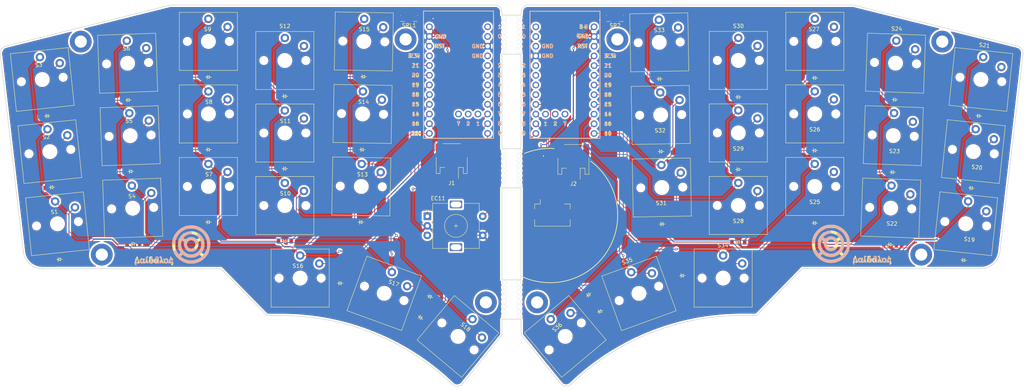
<source format=kicad_pcb>
(kicad_pcb (version 20241229) (generator "pcbnew") (generator_version "9.0")
  (title_block (title "main") (date "2025-03-25") (rev "0.1") (company "PerseusLynx"))
  (layers (0 "F.Cu" signal) (2 "B.Cu" signal) (13 "F.Paste" user) (15 "B.Paste" user) (5 "F.SilkS" user "F.Silkscreen") (7 "B.SilkS" user "B.Silkscreen") (1 "F.Mask" user) (3 "B.Mask" user) (25 "Edge.Cuts" user))
  (net 0 "")
  (net 1 "BOTTOM")
  (net 2 "Net-(D1-A)")
  (net 3 "Net-(D2-A)")
  (net 4 "HOME")
  (net 5 "TOP")
  (net 6 "Net-(D3-A)")
  (net 7 "Net-(D4-A)")
  (net 8 "Net-(D5-A)")
  (net 9 "Net-(D6-A)")
  (net 10 "Net-(D7-A)")
  (net 11 "Net-(D8-A)")
  (net 12 "Net-(D9-A)")
  (net 13 "Net-(D10-A)")
  (net 14 "Net-(D11-A)")
  (net 15 "Net-(D12-A)")
  (net 16 "Net-(D13-A)")
  (net 17 "Net-(D14-A)")
  (net 18 "Net-(D15-A)")
  (net 19 "Net-(D16-A)")
  (net 20 "THUMB")
  (net 21 "Net-(D17-A)")
  (net 22 "Net-(D18-A)")
  (net 23 "ENC_1")
  (net 24 "ENC_SW")
  (net 25 "ENC_0")
  (net 26 "PINKY")
  (net 30 "B+L")
  (net 31 "INNER")
  (net 35 "INDEX")
  (net 37 "MIDDLE")
  (net 39 "RING")
  (net 43 "TOPR")
  (net 44 "Net-(D19-A)")
  (net 45 "Net-(D20-A)")
  (net 46 "HOMER")
  (net 47 "BOTTOMR")
  (net 48 "Net-(D21-A)")
  (net 49 "THUMBR")
  (net 50 "Net-(D22-A)")
  (net 51 "Net-(D23-A)")
  (net 52 "Net-(D24-A)")
  (net 53 "Net-(D25-A)")
  (net 54 "Net-(D26-A)")
  (net 55 "Net-(D27-A)")
  (net 56 "Net-(D28-A)")
  (net 57 "Net-(D29-A)")
  (net 58 "Net-(D30-A)")
  (net 59 "Net-(D31-A)")
  (net 60 "Net-(D32-A)")
  (net 61 "Net-(D33-A)")
  (net 62 "Net-(D34-A)")
  (net 63 "Net-(D35-A)")
  (net 64 "Net-(D36-A)")
  (net 66 "RINGR")
  (net 67 "SCLT")
  (net 70 "SDAT")
  (net 71 "DRT")
  (net 75 "INNERR")
  (net 76 "PINKYR")
  (net 80 "RSTR")
  (net 81 "MIDDLER")
  (net 82 "INDEXR")
  (net 83 "B+R")
  (net 87 "VDDT")
  (net 93 "GNDR")
  (net 94 "GNDL")
  (net 95 "RSTL")
  (footprint "ScottoKeebs_Choc:Choc_V1" (layer "F.Cu") (at 140.000491 152.642241 -20)
    (property "Reference" "S17")
    (property "Value" "Keyswitch")
  )
  (footprint "ScottoKeebs_Choc:Choc_V1" (layer "F.Cu") (at 114.000497 110.642237)
    (property "Reference" "S11")
    (property "Value" "Keyswitch")
  )
  (footprint "MountingHole:MountingHole_3.2mm_M3_ISO7380_Pad" (layer "F.Cu") (at 166.6 155)
    (property "Reference" "H4" (hide yes))
    (property "Value" "MountingHole_3.2mm_M3_ISO7380_Pad" (hide yes))
  )
  (footprint "ScottoKeebs_Components:Diode_SOD-123" (layer "F.Cu") (at 94.000497 134.000013)
    (property "Reference" "D7" (hide yes))
    (property "Value" "Diode")
  )
  (footprint "ScottoKeebs_Choc:Choc_V1" (layer "F.Cu") (at 94.000489 105.642233)
    (property "Reference" "S8")
    (property "Value" "Keyswitch")
  )
  (footprint "ScottoKeebs_Choc:Choc_V1" (layer "F.Cu") (at 296.109188 96.609546 -6)
    (property "Reference" "S21")
    (property "Value" "Keyswitch")
  )
  (footprint "ScottoKeebs_Choc:Choc_V1" (layer "F.Cu") (at 118.000496 148.642232)
    (property "Reference" "S16")
    (property "Value" "Keyswitch")
  )
  (footprint "Button_Switch_SMD:SW_SPST_CK_KMS2xxG" (layer "F.Cu") (at 200.4 79.863199 180)
    (property "Reference" "SR2")
    (property "Value" "Switch")
  )
  (footprint "MountingHole:MountingHole_3.2mm_M3_ISO7380_Pad" (layer "F.Cu") (at 145.6 86.1)
    (property "Reference" "H3" (hide yes))
    (property "Value" "MountingHole_3.2mm_M3_ISO7380_Pad" (hide yes))
  )
  (footprint "ScottoKeebs_Components:Diode_SOD-123" (layer "F.Cu") (at 212.719152 134.5 1)
    (property "Reference" "D31" (hide yes))
    (property "Value" "Diode")
  )
  (footprint "ScottoKeebs_Choc:Choc_V1" (layer "F.Cu") (at 206.649294 152.663517 20)
    (property "Reference" "S35")
    (property "Value" "Keyswitch")
  )
  (footprint "ScottoKeebs_Components:Diode_SOD-123" (layer "F.Cu") (at 73.698581 120.703483 2)
    (property "Reference" "D5" (hide yes))
    (property "Value" "Diode")
  )
  (footprint "ScottoKeebs_Components:Diode_SOD-123" (layer "F.Cu") (at 51.859039 106.172472 6)
    (property "Reference" "D3" (hide yes))
    (property "Value" "Diode")
  )
  (footprint "Connector_JST:JST_PH_S2B-PH-SM4-TB_1x02-1MP_P2.00mm_Horizontal" (layer "F.Cu") (at 189.5 118.15 180)
    (property "Reference" "J2")
    (property "Value" "JST_PH_1x2_Conn" (hide yes))
  )
  (footprint "ScottoKeebs_Choc:Choc_V1" (layer "F.Cu") (at 292.152704 134.405161 -6)
    (property "Reference" "S19")
    (property "Value" "Keyswitch")
  )
  (footprint "ScottoKeebs_Components:Diode_SOD-123" (layer "F.Cu") (at 252.648901 134.221203)
    (property "Reference" "D25" (hide yes))
    (property "Value" "Diode")
  )
  (footprint "MountingHole:MountingHole_3.2mm_M3_ISO7380_Pad" (layer "F.Cu") (at 286 86.7)
    (property "Reference" "H7" (hide yes))
    (property "Value" "MountingHole_3.2mm_M3_ISO7380_Pad" (hide yes))
  )
  (footprint "ScottoKeebs_Choc:Choc_V1" (layer "F.Cu") (at 50.533712 96.624966 6)
    (property "Reference" "S3")
    (property "Value" "Keyswitch")
  )
  (footprint "customlib:daedalus_icon" (layer "F.Cu") (at 256.9 139.663199)
    (property "Reference" "G***" (hide yes))
    (property "Value" "LOGO" (hide yes))
  )
  (footprint "ScottoKeebs_Choc:Choc_V1" (layer "F.Cu") (at 252.648889 105.636296)
    (property "Reference" "S26")
    (property "Value" "Keyswitch")
  )
  (footprint "ScottoKeebs_Choc:Choc_V1" (layer "F.Cu") (at 273.784427 92.341769 -2)
    (property "Reference" "S24")
    (property "Value" "Keyswitch")
  )
  (footprint "ScottoKeebs_Components:Diode_SOD-123" (layer "F.Cu") (at 53.042391 124.851252 6)
    (property "Reference" "D2" (hide yes))
    (property "Value" "Diode")
  )
  (footprint "ScottoKeebs_Choc:Choc_V1" (layer "F.Cu") (at 159.30565 163.925453 -40)
    (property "Reference" "S18")
    (property "Value" "Keyswitch")
  )
  (footprint "MountingHole:MountingHole_3.2mm_M3_ISO7380_Pad" (layer "F.Cu") (at 201 86.1)
    (property "Reference" "H5" (hide yes))
    (property "Value" "MountingHole_3.2mm_M3_ISO7380_Pad" (hide yes))
  )
  (footprint "ScottoKeebs_Choc:Choc_V1" (layer "F.Cu") (at 273.187482 111.323346 -2)
    (property "Reference" "S23")
    (property "Value" "Keyswitch")
  )
  (footprint "ScottoKeebs_Choc:Choc_V1" (layer "F.Cu") (at 94.000498 124.642242)
    (property "Reference" "S7")
    (property "Value" "Keyswitch")
  )
  (footprint "ScottoKeebs_Choc:Choc_V1" (layer "F.Cu") (at 232.658901 91.626313)
    (property "Reference" "S30")
    (property "Value" "Keyswitch")
  )
  (footprint "ScottoKeebs_Components:Diode_SOD-123" (layer "F.Cu") (at 114.000497 120.000012)
    (property "Reference" "D11" (hide yes))
    (property "Value" "Diode")
  )
  (footprint "ScottoKeebs_Components:Diode_SOD-123" (layer "F.Cu") (at 196.5 157.361979 20)
    (property "Reference" "D35" (hide yes))
    (property "Value" "Diode")
  )
  (footprint "ScottoKeebs_Components:Diode_SOD-123" (layer "F.Cu") (at 114.000506 139)
    (property "Reference" "D10" (hide yes))
    (property "Value" "Diode")
  )
  (footprint "MountingHole:MountingHole_3.2mm_M3_ISO7380_Pad" (layer "F.Cu") (at 60.6 86.7)
    (property "Reference" "H1" (hide yes))
    (property "Value" "MountingHole_3.2mm_M3_ISO7380_Pad" (hide yes))
  )
  (footprint "ScottoKeebs_Components:Diode_SOD-123" (layer "F.Cu") (at 232.64889 120.201213)
    (property "Reference" "D29" (hide yes))
    (property "Value" "Diode")
  )
  (footprint "ScottoKeebs_Components:Diode_SOD-123" (layer "F.Cu") (at 73.03547 102 2)
    (property "Reference" "D6" (hide yes))
    (property "Value" "Diode")
  )
  (footprint "ScottoKeebs_Components:Diode_SOD-123" (layer "F.Cu") (at 94.000488 96)
    (property "Reference" "D9" (hide yes))
    (property "Value" "Diode")
  )
  (footprint "ScottoKeebs_Components:Diode_SOD-123" (layer "F.Cu") (at 133.913229 133.999244 -1)
    (property "Reference" "D13" (hide yes))
    (property "Value" "Diode")
  )
  (footprint "ScottoKeebs_Components:Diode_SOD-123" (layer "F.Cu") (at 232.65891 101.211208)
    (property "Reference" "D30" (hide yes))
    (property "Value" "Diode")
  )
  (footprint "ScottoKeebs_Choc:Choc_V1" (layer "F.Cu") (at 294.138753 115.509258 -6)
    (property "Reference" "S20")
    (property "Value" "Keyswitch")
  )
  (footprint "ScottoKeebs_Components:Diode_SOD-123" (layer "F.Cu") (at 212.045442 96.470438 1)
    (property "Reference" "D33" (hide yes))
    (property "Value" "Diode")
  )
  (footprint "ScottoKeebs_Choc:Choc_V1" (layer "F.Cu") (at 94.00048 86.64223)
    (property "Reference" "S9")
    (property "Value" "Keyswitch")
  )
  (footprint "MountingHole:MountingHole_3.2mm_M3_ISO7380_Pad" (layer "F.Cu") (at 66.1 142.5)
    (property "Reference" "H2" (hide yes))
    (property "Value" "MountingHole_3.2mm_M3_ISO7380_Pad" (hide yes))
  )
  (footprint "ScottoKeebs_Choc:Choc_V1" (layer "F.Cu") (at 134.663677 86.648025 -1)
    (property "Reference" "S15")
    (property "Value" "Keyswitch")
  )
  (footprint "ScottoKeebs_Choc:Choc_V1" (layer "F.Cu") (at 212.631894 124.915864 1)
    (property "Reference" "S31")
    (property "Value" "Keyswitch")
  )
  (footprint "ScottoKeebs_Choc:Choc_V1" (layer "F.Cu") (at 134.332097 105.645135 -1)
    (property "Reference" "S14")
    (property "Value" "Keyswitch")
  )
  (footprint "ScottoKeebs_Choc:Choc_V1" (layer "F.Cu") (at 114.000494 91.642235)
    (property "Reference" "S12")
    (property "Value" "Keyswitch")
  )
  (footprint "ScottoKeebs_Components:Diode_SOD-123" (layer "F.Cu") (at 291.630069 143.962661 -6)
    (property "Reference" "D19" (hide yes))
    (property "Value" "Diode")
  )
  (footprint "customlib:daedalus_icon" (layer "F.Cu") (at 89.5005 139.842243)
    (property "Reference" "I" (hide yes))
    (property "Value" "LOGO" (hide yes))
  )
  (footprint "ScottoKeebs_Components:Diode_SOD-123" (layer "F.Cu") (at 212.416993 115.486426 1)
    (property "Reference" "D32" (hide yes))
    (property "Value" "Diode")
  )
  (footprint "ScottoKeebs_Components:Diode_SOD-123" (layer "F.Cu") (at 232.648902 139.201203)
    (property "Reference" "D28" (hide yes))
    (property "Value" "Diode")
  )
  (footprint "ScottoKeebs_Components:Diode_SOD-123" (layer "F.Cu") (at 114.000504 101)
    (property "Reference" "D12" (hide yes))
    (property "Value" "Diode")
  )
  (footprint "ScottoKeebs_Choc:Choc_V1" (layer "F.Cu") (at 252.648901 124.636309)
    (property "Reference" "S25")
    (property "Value" "Keyswitch")
  )
  (footprint "ScottoKeebs_Components:Diode_SOD-123" (layer "F.Cu") (at 252.648894 115.221186)
    (property "Reference" "D26" (hide yes))
    (property "Value" "Diode")
  )
  (footprint "MountingHole:MountingHole_3.2mm_M3_ISO7380_Pad" (layer "F.Cu") (at 180 155)
    (property "Reference" "H6" (hide yes))
    (property "Value" "MountingHole_3.2mm_M3_ISO7380_Pad" (hide yes))
  )
  (footprint "ScottoKeebs_Choc:Choc_V1" (layer "F.Cu") (at 272.524415 130.311778 -2)
    (property "Reference" "S22")
    (property "Value" "Keyswitch")
  )
  (footprint "ScottoKeebs_Components:Diode_SOD-123" (layer "F.Cu") (at 273.012997 120.905201 -2)
    (property "Reference" "D23" (hide yes))
    (property "Value" "Diode")
  )
  (footprint "ScottoKeebs_Choc:Choc_V1" (layer "F.Cu") (at 114.000498 129.642244)
    (property "Reference" "S10")
    (property "Value" "Keyswitch")
  )
  (footprint "ScottoKeebs_Components:Diode_SOD-123" (layer "F.Cu") (at 193.5 153 40)
    (property "Reference" "D36" (hide yes))
    (property "Value" "Diode")
  )
  (footprint "ScottoKeebs_Components:Diode_SOD-123" (layer "F.Cu") (at 128.5 150)
    (property "Reference" "D16" (hide yes))
    (property "Value" "Diode")
  )
  (footprint "ScottoKeebs_Choc:Choc_V1" (layer "F.Cu") (at 74.187184 130.337183 2)
    (property "Reference" "S4")
    (property "Value" "Keyswitch")
  )
  (footprint "ScottoKeebs_Choc:Choc_V1" (layer "F.Cu") (at 252.668901 86.626316)
    (property "Reference" "S27")
    (property "Value" "Keyswitch")
  )
  (footprint "ScottoKeebs_Choc:Choc_V1" (layer "F.Cu") (at 232.648896 129.616322)
    (property "Reference" "S28")
    (property "Value" "Keyswitch")
  )
  (footprint "ScottoKeebs_Choc:Choc_V1" (layer "F.Cu") (at 232.648894 110.616314)
    (property "Reference" "S29")
    (property "Value" "Keyswitch")
  )
  (footprint "ScottoKeebs_Components:Diode_SOD-123" (layer "F.Cu") (at 149.5 159 -40)
    (property "Reference" "D18" (hide yes))
    (property "Value" "Diode")
  )
  (footprint "ScottoKeebs_Choc:Choc_V1" (layer "F.Cu") (at 73.524069 111.348755 2)
    (property "Reference" "S5")
    (property "Value" "Keyswitch")
  )
  (footprint "ScottoKeebs_Components:Diode_SOD-123" (layer "F.Cu") (at 55.028441 143.747164 6)
    (property "Reference" "D1" (hide yes))
    (property "Value" "Diode")
  )
  (footprint "ScottoKeebs_Choc:Choc_V1" (layer "F.Cu") (at 52.519758 115.520885 6)
    (property "Reference" "S2")
    (property "Value" "Keyswitch")
  )
  (footprint "ScottoKeebs_Components:Diode_SOD-123" (layer "F.Cu") (at 272.349907 139.893617 -2)
    (property "Reference" "D22" (hide yes))
    (property "Value" "Diode")
  )
  (footprint "ScottoKeebs_Components:Diode_SOD-123" (layer "F.Cu") (at 134.244831 115.002137 -1)
    (property "Reference" "D14" (hide yes))
    (property "Value" "Diode")
  )
  (footprint "Connector_FFC-FPC:Hirose_FH12-12S-0.5SH_1x12-1MP_P0.50mm_Horizontal" (layer "F.Cu") (at 184 130.55)
    (property "Reference" "C1" (hide yes))
    (property "Value" "Conn_01x12_Pin")
  )
  (footprint "Connector_JST:JST_PH_S2B-PH-SM4-TB_1x02-1MP_P2.00mm_Horizontal" (layer "F.Cu") (at 157.6505 117.942243 180)
    (property "Reference" "J1")
    (property "Value" "JST_PH_1x2_Conn" (hide yes))
  )
  (footprint "ScottoKeebs_Components:Diode_SOD-123" (layer "F.Cu") (at 252.668906 96.211215)
    (property "Reference" "D27" (hide yes))
    (property "Value" "Diode")
  )
  (footprint "ScottoKeebs_Components:Diode_SOD-123" (layer "F.Cu") (at 295.58655 106.167055 -6)
    (property "Reference" "D21" (hide yes))
    (property "Value" "Diode")
  )
  (footprint "ScottoKeebs_Components:Diode_SOD-123" (layer "F.Cu") (at 94.000491 114.999997)
    (property "Reference" "D8" (hide yes))
    (property "Value" "Diode")
  )
  (footprint "ScottoKeebs_Choc:Choc_V1" (layer "F.Cu") (at 187.358939 163.925483 40)
    (property "Reference" "S36")
    (property "Value" "Keyswitch")
  )
  (footprint "ScottoKeebs_Components:Diode_SOD-123" (layer "F.Cu") (at 152 153.5 -20)
    (property "Reference" "D17" (hide yes))
    (property "Value" "Diode")
  )
  (footprint "ScottoKeebs_Choc:Choc_V1" (layer "F.Cu") (at 211.958173 86.886316 1)
    (property "Reference" "S33")
    (property "Value" "Keyswitch")
  )
  (footprint "ScottoKeebs_Choc:Choc_V1" (layer "F.Cu") (at 54.505789 134.416792 6)
    (property "Reference" "S1")
    (property "Value" "Keyswitch")
  )
  (footprint "Rotary_Encoder:RotaryEncoder_Alps_EC11E-Switch_Vertical_H20mm" (layer "F.Cu") (at 151.27461 132.459595)
    (property "Reference" "EC11")
    (property "Value" "RotaryEncoder_Switch")
  )
  (footprint "ScottoKeebs_Choc:Choc_V1" (layer "F.Cu") (at 212.329739 105.902303 1)
    (property "Reference" "S32")
    (property "Value" "Keyswitch")
  )
  (footprint "ScottoKeebs_Choc:Choc_V1" (layer "F.Cu") (at 72.860993 92.360325 2)
    (property "Reference" "S6")
    (property "Value" "Keyswitch")
  )
  (footprint "ScottoKeebs_Components:Diode_SOD-123" (layer "F.Cu") (at 273.609905 101.923617 -2)
    (property "Reference" "D24" (hide yes))
    (property "Value" "Diode")
  )
  (footprint "ScottoKeebs_Components:Diode_SOD-123" (layer "F.Cu") (at 134.576421 95.9 -1)
    (property "Reference" "D15" (hide yes))
    (property "Value" "Diode")
  )
  (footprint "ScottoKeebs_MCU:Nice_Nano_V2" (layer "F.Cu") (at 187.28519 96.516752)
    (property "Reference" "MCU2" (hide yes))
    (property "Value" "Nice_Nano_V2" (hide yes))
  )
  (footprint "ScottoKeebs_Components:Diode_SOD-123" (layer "F.Cu") (at 74.361671 139.6919 2)
    (property "Reference" "D4" (hide yes))
    (property "Value" "Diode")
  )
  (footprint "ScottoKeebs_Choc:Choc_V1" (layer "F.Cu") (at 134.000495 124.642236 -1)
    (property "Reference" "S13")
    (property "Value" "Keyswitch")
  )
  (footprint "ScottoKeebs_Choc:Choc_V1" (layer "F.Cu") (at 228.668905 148.6463)
    (property "Reference" "S34")
    (property "Value" "Keyswitch")
  )
  (footprint "ScottoKeebs_Components:Diode_SOD-123" (layer "F.Cu") (at 293.616104 125.066748 -6)
    (property "Reference" "D20" (hide yes))
    (property "Value" "Diode")
  )
  (footprint "Button_Switch_SMD:SW_SPST_CK_KMS2xxG" (layer "F.Cu") (at 146.5005 79.842243 180)
    (property "Reference" "SRL1")
    (property "Value" "Switch")
  )
  (footprint "ScottoKeebs_Components:Diode_SOD-123" (layer "F.Cu") (at 218 148)
    (property "Reference" "D34" (hide yes))
    (property "Value" "Diode")
  )
  (footprint "ScottoKeebs_MCU:Nice_Nano_V2" (layer "B.Cu") (at 159.435438 96.495626 180)
    (property "Reference" "MCU1" (hide yes))
    (property "Value" "Nice_Nano_V2" (hide yes))
  )
  (footprint "customlib:daedalus_icon" (layer "B.Cu") (at 256.9 139.663199 180)
    (property "Reference" "G***" (hide yes))
    (property "Value" "LOGO" (hide yes))
  )
  (footprint "MountingHole:MountingHole_3.2mm_M3_ISO7380_Pad" (layer "B.Cu") (at 280.5 142.5 180)
    (property "Reference" "H8" (hide yes))
    (property "Value" "MountingHole_3.2mm_M3_ISO7380_Pad" (hide yes))
  )
  (footprint "customlib:daedalus_icon" (layer "B.Cu") (at 89.5005 139.842243 180)
    (property "Reference" "G***" (hide yes))
    (property "Value" "LOGO" (hide yes))
  )
  (gr_arc (start 176.67538 116) (mid 180.5 114.919339) (end 184.469329 114.719403) (stroke (width 0.2)) (layer "F.SilkS"))
  (gr_arc (start 194 118) (mid 198.613452 141.191329) (end 176.046838 148.253173) (stroke (width 0.2)) (layer "F.SilkS"))
  (gr_circle (center 171.5 124.25) (end 172 124.25) (stroke (width 0.05)) (fill no) (layer "Edge.Cuts"))
  (gr_circle (center 175.25 154.85) (end 175.75 154.85) (stroke (width 0.05)) (fill no) (layer "Edge.Cuts"))
  (gr_line (start 170.8 114.75) (end 175.8 114.75) (stroke (width 0.15)) (layer "Edge.Cuts"))
  (gr_line (start 175.859549 163.556753) (end 175.8 159.4) (stroke (width 0.15)) (layer "Edge.Cuts"))
  (gr_circle (center 175.25 121.75) (end 175.75 121.75) (stroke (width 0.05)) (fill no) (layer "Edge.Cuts"))
  (gr_line (start 170.8 149.1) (end 170.8 125) (stroke (width 0.15)) (layer "Edge.Cuts"))
  (gr_circle (center 171.5 80.5) (end 172 80.5) (stroke (width 0.05)) (fill no) (layer "Edge.Cuts"))
  (gr_line (start 84.252917 77.143896) (end 168.994803 77.143897) (stroke (width 0.15)) (layer "Edge.Cuts"))
  (gr_circle (center 175.25 86.75) (end 175.75 86.75) (stroke (width 0.05)) (fill no) (layer "Edge.Cuts"))
  (gr_arc (start 175.859551 78.854723) (mid 176.39756 77.6) (end 177.677378 77.124809) (stroke (width 0.15)) (layer "Edge.Cuts"))
  (gr_circle (center 171.5 157.35) (end 172 157.35) (stroke (width 0.05)) (fill no) (layer "Edge.Cuts"))
  (gr_circle (center 175.25 116.75) (end 175.75 116.75) (stroke (width 0.05)) (fill no) (layer "Edge.Cuts"))
  (gr_circle (center 171.5 118) (end 172 118) (stroke (width 0.05)) (fill no) (layer "Edge.Cuts"))
  (gr_circle (center 171.5 158.6) (end 172 158.6) (stroke (width 0.05)) (fill no) (layer "Edge.Cuts"))
  (gr_line (start 97.272181 146.182286) (end 50.550622 146.182327) (stroke (width 0.15)) (layer "Edge.Cuts"))
  (gr_line (start 97.272181 146.182286) (end 109.274611 158.459596) (stroke (width 0.15)) (layer "Edge.Cuts"))
  (gr_circle (center 175.25 83) (end 175.75 83) (stroke (width 0.05)) (fill no) (layer "Edge.Cuts"))
  (gr_circle (center 175.25 149.85) (end 175.75 149.85) (stroke (width 0.05)) (fill no) (layer "Edge.Cuts"))
  (gr_line (start 305.60926 87.837144) (end 262.916596 77.184268) (stroke (width 0.15)) (layer "Edge.Cuts"))
  (gr_circle (center 171.5 156.1) (end 172 156.1) (stroke (width 0.05)) (fill no) (layer "Edge.Cuts"))
  (gr_arc (start 262.419395 77.124809) (mid 262.669866 77.138905) (end 262.916598 77.184261) (stroke (width 0.15)) (layer "Edge.Cuts"))
  (gr_circle (center 171.5 81.75) (end 172 81.75) (stroke (width 0.05)) (fill no) (layer "Edge.Cuts"))
  (gr_circle (center 175.25 124.25) (end 175.75 124.25) (stroke (width 0.05)) (fill no) (layer "Edge.Cuts"))
  (gr_circle (center 175.25 81.75) (end 175.75 81.75) (stroke (width 0.05)) (fill no) (layer "Edge.Cuts"))
  (gr_circle (center 171.5 152.35) (end 172 152.35) (stroke (width 0.05)) (fill no) (layer "Edge.Cuts"))
  (gr_circle (center 175.25 89.25) (end 175.75 89.25) (stroke (width 0.05)) (fill no) (layer "Edge.Cuts"))
  (gr_circle (center 171.5 119.25) (end 172 119.25) (stroke (width 0.05)) (fill no) (layer "Edge.Cuts"))
  (gr_line (start 170.8 90) (end 175.8 90) (stroke (width 0.15)) (layer "Edge.Cuts"))
  (gr_line (start 175.859551 78.854723) (end 175.8 79.75) (stroke (width 0.15)) (layer "Edge.Cuts"))
  (gr_circle (center 171.5 154.85) (end 172 154.85) (stroke (width 0.05)) (fill no) (layer "Edge.Cuts"))
  (gr_circle (center 171.5 151.1) (end 172 151.1) (stroke (width 0.05)) (fill no) (layer "Edge.Cuts"))
  (gr_line (start 186.015085 176.113013) (end 175.859549 163.556753) (stroke (width 0.15)) (layer "Edge.Cuts"))
  (gr_circle (center 171.5 83) (end 172 83) (stroke (width 0.05)) (fill no) (layer "Edge.Cuts"))
  (gr_arc (start 50.550622 146.182327) (mid 47.274605 144.959603) (end 45.600873 141.889432) (stroke (width 0.15)) (layer "Edge.Cuts"))
  (gr_circle (center 175.25 157.35) (end 175.75 157.35) (stroke (width 0.05)) (fill no) (layer "Edge.Cuts"))
  (gr_circle (center 175.25 158.6) (end 175.75 158.6) (stroke (width 0.05)) (fill no) (layer "Edge.Cuts"))
  (gr_circle (center 175.25 84.25) (end 175.75 84.25) (stroke (width 0.05)) (fill no) (layer "Edge.Cuts"))
  (gr_line (start 41.06292 87.856229) (end 83.755586 77.203353) (stroke (width 0.15)) (layer "Edge.Cuts"))
  (gr_line (start 45.600873 141.889432) (end 39.558091 90.005799) (stroke (width 0.15)) (layer "Edge.Cuts"))
  (gr_circle (center 171.5 115.5) (end 172 115.5) (stroke (width 0.05)) (fill no) (layer "Edge.Cuts"))
  (gr_circle (center 175.25 119.25) (end 175.75 119.25) (stroke (width 0.05)) (fill no) (layer "Edge.Cuts"))
  (gr_line (start 237.397569 158.44051) (end 233.897511 158.450589) (stroke (width 0.15)) (layer "Edge.Cuts"))
  (gr_arc (start 188.916539 176.403154) (mid 209.654784 163.036544) (end 233.897511 158.450564) (stroke (width 0.15)) (layer "Edge.Cuts"))
  (gr_circle (center 171.5 116.75) (end 172 116.75) (stroke (width 0.05)) (fill no) (layer "Edge.Cuts"))
  (gr_line (start 249.4 146.163199) (end 296.12156 146.163242) (stroke (width 0.15)) (layer "Edge.Cuts"))
  (gr_line (start 170.8 79.75) (end 175.8 79.75) (stroke (width 0.15)) (layer "Edge.Cuts"))
  (gr_line (start 249.4 146.163199) (end 237.397569 158.44051) (stroke (width 0.15)) (layer "Edge.Cuts"))
  (gr_arc (start 160.657099 176.132097) (mid 159.274615 176.959619) (end 157.755642 176.42224) (stroke (width 0.15)) (layer "Edge.Cuts"))
  (gr_circle (center 175.25 85.5) (end 175.75 85.5) (stroke (width 0.05)) (fill no) (layer "Edge.Cuts"))
  (gr_line (start 170.8 159.4) (end 175.8 159.4) (stroke (width 0.15)) (layer "Edge.Cuts"))
  (gr_circle (center 171.5 120.5) (end 172 120.5) (stroke (width 0.05)) (fill no) (layer "Edge.Cuts"))
  (gr_line (start 109.274611 158.459596) (end 112.774672 158.469675) (stroke (width 0.15)) (layer "Edge.Cuts"))
  (gr_circle (center 171.5 86.75) (end 172 86.75) (stroke (width 0.05)) (fill no) (layer "Edge.Cuts"))
  (gr_circle (center 175.25 123) (end 175.75 123) (stroke (width 0.05)) (fill no) (layer "Edge.Cuts"))
  (gr_circle (center 175.25 152.35) (end 175.75 152.35) (stroke (width 0.05)) (fill no) (layer "Edge.Cuts"))
  (gr_circle (center 175.25 115.5) (end 175.75 115.5) (stroke (width 0.05)) (fill no) (layer "Edge.Cuts"))
  (gr_arc (start 112.774672 158.469646) (mid 137.017396 163.055636) (end 157.755642 176.42224) (stroke (width 0.15)) (layer "Edge.Cuts"))
  (gr_circle (center 171.5 121.75) (end 172 121.75) (stroke (width 0.05)) (fill no) (layer "Edge.Cuts"))
  (gr_line (start 170.8 149.1) (end 175.8 149.1) (stroke (width 0.15)) (layer "Edge.Cuts"))
  (gr_circle (center 175.25 120.5) (end 175.75 120.5) (stroke (width 0.05)) (fill no) (layer "Edge.Cuts"))
  (gr_line (start 170.766582 78.914974) (end 170.8 79.75) (stroke (width 0.15)) (layer "Edge.Cuts"))
  (gr_arc (start 305.60926 87.837144) (mid 306.763465 88.630655) (end 307.114092 89.98671) (stroke (width 0.15)) (layer "Edge.Cuts"))
  (gr_line (start 160.657099 176.132097) (end 170.81263 163.575838) (stroke (width 0.15)) (layer "Edge.Cuts"))
  (gr_line (start 175.8 114.75) (end 175.8 90) (stroke (width 0.15)) (layer "Edge.Cuts"))
  (gr_line (start 170.8 125) (end 175.8 125) (stroke (width 0.15)) (layer "Edge.Cuts"))
  (gr_line (start 170.8 114.75) (end 170.8 90) (stroke (width 0.15)) (layer "Edge.Cuts"))
  (gr_line (start 262.419395 77.124809) (end 177.677378 77.124809) (stroke (width 0.15)) (layer "Edge.Cuts"))
  (gr_circle (center 171.5 123) (end 172 123) (stroke (width 0.05)) (fill no) (layer "Edge.Cuts"))
  (gr_circle (center 171.5 84.25) (end 172 84.25) (stroke (width 0.05)) (fill no) (layer "Edge.Cuts"))
  (gr_arc (start 188.916539 176.403154) (mid 187.397577 176.94047) (end 186.015085 176.113013) (stroke (width 0.15)) (layer "Edge.Cuts"))
  (gr_circle (center 171.5 153.6) (end 172 153.6) (stroke (width 0.05)) (fill no) (layer "Edge.Cuts"))
  (gr_arc (start 301.071306 141.870349) (mid 299.39756 144.940506) (end 296.12156 146.163242) (stroke (width 0.15)) (layer "Edge.Cuts"))
  (gr_circle (center 171.5 88) (end 172 88) (stroke (width 0.05)) (fill no) (layer "Edge.Cuts"))
  (gr_circle (center 175.25 88) (end 175.75 88) (stroke (width 0.05)) (fill no) (layer "Edge.Cuts"))
  (gr_circle (center 175.25 80.5) (end 175.75 80.5) (stroke (width 0.05)) (fill no) (layer "Edge.Cuts"))
  (gr_circle (center 175.25 156.1) (end 175.75 156.1) (stroke (width 0.05)) (fill no) (layer "Edge.Cuts"))
  (gr_circle (center 171.5 89.25) (end 172 89.25) (stroke (width 0.05)) (fill no) (layer "Edge.Cuts"))
  (gr_line (start 175.8 149.1) (end 175.8 125) (stroke (width 0.15)) (layer "Edge.Cuts"))
  (gr_arc (start 83.755586 77.203353) (mid 84.002383 77.157995) (end 84.252917 77.143896) (stroke (width 0.15)) (layer "Edge.Cuts"))
  (gr_circle (center 175.25 151.1) (end 175.75 151.1) (stroke (width 0.05)) (fill no) (layer "Edge.Cuts"))
  (gr_circle (center 175.25 153.6) (end 175.75 153.6) (stroke (width 0.05)) (fill no) (layer "Edge.Cuts"))
  (gr_arc (start 39.558091 90.005799) (mid 39.908739 88.649754) (end 41.06292 87.856229) (stroke (width 0.15)) (layer "Edge.Cuts"))
  (gr_line (start 170.81263 163.575838) (end 170.8 159.4) (stroke (width 0.15)) (layer "Edge.Cuts"))
  (gr_circle (center 171.5 149.85) (end 172 149.85) (stroke (width 0.05)) (fill no) (layer "Edge.Cuts"))
  (gr_line (start 301.071306 141.870349) (end 307.114092 89.98671) (stroke (width 0.15)) (layer "Edge.Cuts"))
  (gr_arc (start 168.994803 77.143898) (mid 170.274084 77.635888) (end 170.766582 78.914974) (stroke (width 0.15)) (layer "Edge.Cuts"))
  (gr_circle (center 171.5 85.5) (end 172 85.5) (stroke (width 0.05)) (fill no) (layer "Edge.Cuts"))
  (gr_circle (center 175.25 118) (end 175.75 118) (stroke (width 0.05)) (fill no) (layer "Edge.Cuts"))
  (gr_text "Δαίδαλος" (at 262.4 144.663199 0) (layer "F.SilkS") (effects (font (size 1.5 1.5) (thickness 0.3) (bold yes)) (justify left bottom)))
  (gr_text "Δαίδαλος" (at 74.5005 144.842243 0) (layer "F.SilkS") (effects (font (size 1.5 1.5) (thickness 0.3) (bold yes)) (justify left bottom)))
  (gr_text "Δαίδαλος" (at 85.0005 144.842243 0) (layer "B.SilkS") (effects (font (size 1.5 1.5) (thickness 0.3) (bold yes)) (justify left bottom mirror)))
  (gr_text "Δαίδαλος" (at 272.9 144.663199 0) (layer "B.SilkS") (effects (font (size 1.5 1.5) (thickness 0.3) (bold yes)) (justify left bottom mirror)))
  (segment (start 113.850506 140.5) (end 119.5 140.5) (width 0.2) (layer "F.Cu") (net 1))
  (segment (start 57.5 145) (end 64 138.5) (width 0.2) (layer "F.Cu") (net 1))
  (segment (start 70.249484 139.749484) (end 72.712676 139.749484) (width 0.2) (layer "F.Cu") (net 1))
  (segment (start 78.5 141) (end 85.499987 134.000013) (width 0.2) (layer "F.Cu") (net 1))
  (segment (start 119.5 140.5) (end 126.029552 133.970448) (width 0.2) (layer "F.Cu") (net 1))
  (segment (start 97.350484 139) (end 112.350506 139) (width 0.2) (layer "F.Cu") (net 1))
  (segment (start 151.815437 98.045625) (end 151.688583 98.045623) (width 0.2) (layer "F.Cu") (net 1))
  (segment (start 151.688583 98.045623) (end 146 103.734206) (width 0.2) (layer "F.Cu") (net 1))
  (segment (start 136.834001 118.665999) (end 136.834001 126.572207) (width 0.2) (layer "F.Cu") (net 1))
  (segment (start 92.350497 134.000013) (end 97.350484 139) (width 0.2) (layer "F.Cu") (net 1))
  (segment (start 64 138.5) (end 69 138.5) (width 0.2) (layer "F.Cu") (net 1))
  (segment (start 53.38748 143.919636) (end 54.467844 145) (width 0.2) (layer "F.Cu") (net 1))
  (segment (start 132.26348 131.142728) (end 132.26348 133.970448) (width 0.2) (layer "F.Cu") (net 1))
  (segment (start 73.963192 141) (end 78.5 141) (width 0.2) (layer "F.Cu") (net 1))
  (segment (start 146 103.734206) (end 146 109.5) (width 0.2) (layer "F.Cu") (net 1))
  (segment (start 112.350506 139) (end 113.850506 140.5) (width 0.2) (layer "F.Cu") (net 1))
  (segment (start 126.029552 133.970448) (end 132.26348 133.970448) (width 0.2) (layer "F.Cu") (net 1))
  (segment (start 72.712676 139.749484) (end 73.963192 141) (width 0.2) (layer "F.Cu") (net 1))
  (segment (start 136.834001 126.572207) (end 132.26348 131.142728) (width 0.2) (layer "F.Cu") (net 1))
  (segment (start 85.499987 134.000013) (end 92.350497 134.000013) (width 0.2) (layer "F.Cu") (net 1))
  (segment (start 69 138.5) (end 70.249484 139.749484) (width 0.2) (layer "F.Cu") (net 1))
  (segment (start 54.467844 145) (end 57.5 145) (width 0.2) (layer "F.Cu") (net 1))
  (segment (start 146 109.5) (end 136.834001 118.665999) (width 0.2) (layer "F.Cu") (net 1))
  (segment (start 59.08119 130.114963) (end 57.5 131.696153) (width 0.2) (layer "F.Cu") (net 2))
  (segment (start 57.5 131.696153) (end 57.5 142.744094) (width 0.2) (layer "F.Cu") (net 2))
  (segment (start 57.5 142.744094) (end 56.669402 143.574692) (width 0.2) (layer "F.Cu") (net 2))
  (segment (start 54.683352 113.630863) (end 54.683352 124.67878) (width 0.2) (layer "F.Cu") (net 3))
  (segment (start 57.095159 111.219056) (end 54.683352 113.630863) (width 0.2) (layer "F.Cu") (net 3))
  (segment (start 92.999997 114.999997) (end 95.5 117.5) (width 0.2) (layer "F.Cu") (net 4))
  (segment (start 66.738933 120.761067) (end 72.049586 120.761067) (width 0.2) (layer "F.Cu") (net 4))
  (segment (start 132.595082 114.973341) (end 132.595082 111.811133) (width 0.2) (layer "F.Cu") (net 4))
  (segment (start 103.5 117.5) (end 106.000012 120.000012) (width 0.2) (layer "F.Cu") (net 4))
  (segment (start 61 126.5) (end 66.738933 120.761067) (width 0.2) (layer "F.Cu") (net 4))
  (segment (start 136.834003 101.572207) (end 142.900583 95.505622) (width 0.2) (layer "F.Cu") (net 4))
  (segment (start 132.595082 111.811133) (end 136.834005 107.57221) (width 0.2) (layer "F.Cu") (net 4))
  (segment (start 142.900584 95.505622) (end 151.815439 95.505624) (width 0.2) (layer "F.Cu") (net 4))
  (segment (start 120.5 121.5) (end 127.026659 114.973341) (width 0.2) (layer "F.Cu") (net 4))
  (segment (start 95.5 117.5) (end 103.5 117.5) (width 0.2) (layer "F.Cu") (net 4))
  (segment (start 112.350497 120.000012) (end 113.850485 121.5) (width 0.2) (layer "F.Cu") (net 4))
  (segment (start 72.049586 120.761067) (end 73.788519 122.5) (width 0.2) (layer "F.Cu") (net 4))
  (segment (start 142.900583 95.505622) (end 142.900584 95.505622) (width 0.2) (layer "F.Cu") (net 4))
  (segment (start 73.788519 122.5) (end 77 122.5) (width 0.2) (layer "F.Cu") (net 4))
  (segment (start 127.026659 114.973341) (end 132.595082 114.973341) (width 0.2) (layer "F.Cu") (net 4))
  (segment (start 52.877706 126.5) (end 61 126.5) (width 0.2) (layer "F.Cu") (net 4))
  (segment (start 77 122.5) (end 84.500003 114.999997) (width 0.2) (layer "F.Cu") (net 4))
  (segment (start 136.834005 107.57221) (end 136.834003 101.572207) (width 0.2) (layer "F.Cu") (net 4))
  (segment (start 92.350491 114.999997) (end 92.999997 114.999997) (width 0.2) (layer "F.Cu") (net 4))
  (segment (start 113.850485 121.5) (end 120.5 121.5) (width 0.2) (layer "F.Cu") (net 4))
  (segment (start 51.40143 125.023724) (end 52.877706 126.5) (width 0.2) (layer "F.Cu") (net 4))
  (segment (start 106.000012 120.000012) (end 112.350497 120.000012) (width 0.2) (layer "F.Cu") (net 4))
  (segment (start 84.500003 114.999997) (end 92.350491 114.999997) (width 0.2) (layer "F.Cu") (net 4))
  (segment (start 50.218078 106.344944) (end 51.373134 107.5) (width 0.2) (layer "F.Cu") (net 5))
  (segment (start 92.350488 96) (end 93.850488 97.5) (width 0.2) (layer "F.Cu") (net 5))
  (segment (start 71.903296 102.057584) (end 73.345712 103.5) (width 0.2) (layer "F.Cu") (net 5))
  (segment (start 112.350504 99.850504) (end 112.350504 101) (width 0.2) (layer "F.Cu") (net 5))
  (segment (start 112.350504 101) (end 113.850504 102.5) (width 0.2) (layer "F.Cu") (net 5))
  (segment (start 110 97.5) (end 112.350504 99.850504) (width 0.2) (layer "F.Cu") (net 5))
  (segment (start 77.5 103.5) (end 85 96) (width 0.2) (layer "F.Cu") (net 5))
  (segment (start 61.942416 102.057584) (end 71.386475 102.057584) (width 0.2) (layer "F.Cu") (net 5))
  (segment (start 85 96) (end 92.350488 96) (width 0.2) (layer "F.Cu") (net 5))
  (segment (start 51.373134 107.5) (end 56.5 107.5) (width 0.2) (layer "F.Cu") (net 5))
  (segment (start 124.128796 95.871204) (end 132.926672 95.871204) (width 0.2) (layer "F.Cu") (net 5))
  (segment (start 71.386475 102.057584) (end 71.903296 102.057584) (width 0.2) (layer "F.Cu") (net 5))
  (segment (start 56.5 107.5) (end 61.942416 102.057584) (width 0.2) (layer "F.Cu") (net 5))
  (segment (start 132.926672 96.526672) (end 133.8 97.4) (width 0.2) (layer "F.Cu") (net 5))
  (segment (start 93.850488 97.5) (end 110 97.5) (width 0.2) (layer "F.Cu") (net 5))
  (segment (start 117.5 102.5) (end 124.128796 95.871204) (width 0.2) (layer "F.Cu") (net 5))
  (segment (start 143.734374 92.965626) (end 151.815438 92.965626) (width 0.2) (layer "F.Cu") (net 5))
  (segment (start 113.850504 102.5) (end 117.5 102.5) (width 0.2) (layer "F.Cu") (net 5))
  (segment (start 139.3 97.4) (end 143.734374 92.965626) (width 0.2) (layer "F.Cu") (net 5))
  (segment (start 133.8 97.4) (end 139.3 97.4) (width 0.2) (layer "F.Cu") (net 5))
  (segment (start 132.926672 95.871204) (end 132.926672 96.526672) (width 0.2) (layer "F.Cu") (net 5))
  (segment (start 73.345712 103.5) (end 77.5 103.5) (width 0.2) (layer "F.Cu") (net 5))
  (segment (start 53.5 93.93225) (end 53.5 106) (width 0.2) (layer "F.Cu") (net 6))
  (segment (start 55.109113 92.323137) (end 53.5 93.93225) (width 0.2) (layer "F.Cu") (net 6))
  (segment (start 77 138.644982) (end 76.010666 139.634316) (width 0.2) (layer "F.Cu") (net 7))
  (segment (start 77 128.41652) (end 77 138.644982) (width 0.2) (layer "F.Cu") (net 7))
  (segment (start 79.05152 126.365) (end 77 128.41652) (width 0.2) (layer "F.Cu") (net 7))
  (segment (start 77.288406 108.476571) (end 77.288406 118.705069) (width 0.2) (layer "F.Cu") (net 8))
  (segment (start 77.288406 118.705069) (end 75.347576 120.645899) (width 0.2) (layer "F.Cu") (net 8))
  (segment (start 78.388405 107.376572) (end 77.288406 108.476571) (width 0.2) (layer "F.Cu") (net 8))
  (segment (start 75.057584 101.942416) (end 74.684465 101.942416) (width 0.2) (layer "F.Cu") (net 9))
  (segment (start 76.5 89.613471) (end 76.5 100.5) (width 0.2) (layer "F.Cu") (net 9))
  (segment (start 77.725329 88.388142) (end 76.5 89.613471) (width 0.2) (layer "F.Cu") (net 9))
  (segment (start 76.5 100.5) (end 75.057584 101.942416) (width 0.2) (layer "F.Cu") (net 9))
  (segment (start 99.000498 120.842242) (end 97.5 122.34274) (width 0.2) (layer "F.Cu") (net 10))
  (segment (start 95.650497 133.849503) (end 95.650497 134.000013) (width 0.2) (layer "F.Cu") (net 10))
  (segment (start 97.5 132) (end 95.650497 133.849503) (width 0.2) (layer "F.Cu") (net 10))
  (segment (start 97.5 122.34274) (end 97.5 132) (width 0.2) (layer "F.Cu") (net 10))
  (segment (start 97.5 113.150488) (end 95.650491 114.999997) (width 0.2) (layer "F.Cu") (net 11))
  (segment (start 97.5 103.342722) (end 97.5 113.150488) (width 0.2) (layer "F.Cu") (net 11))
  (segment (start 99.000489 101.842233) (end 97.5 103.342722) (width 0.2) (layer "F.Cu") (net 11))
  (segment (start 97.5 94.150488) (end 95.650488 96) (width 0.2) (layer "F.Cu") (net 12))
  (segment (start 97.5 84.34271) (end 97.5 94.150488) (width 0.2) (layer "F.Cu") (net 12))
  (segment (start 99.00048 82.84223) (end 97.5 84.34271) (width 0.2) (layer "F.Cu") (net 12))
  (segment (start 117 127.842742) (end 117 137.5) (width 0.2) (layer "F.Cu") (net 13))
  (segment (start 117 137.5) (end 115.650506 138.849494) (width 0.2) (layer "F.Cu") (net 13))
  (segment (start 115.650506 138.849494) (end 115.650506 139) (width 0.2) (layer "F.Cu") (net 13))
  (segment (start 119.000498 125.842244) (end 117 127.842742) (width 0.2) (layer "F.Cu") (net 13))
  (segment (start 117.5 108.342734) (end 117.5 118.150509) (width 0.2) (layer "F.Cu") (net 14))
  (segment (start 119.000497 106.842237) (end 117.5 108.342734) (width 0.2) (layer "F.Cu") (net 14))
  (segment (start 117.5 118.150509) (end 115.650497 120.000012) (width 0.2) (layer "F.Cu") (net 14))
  (segment (start 117 99.650504) (end 117 89.842729) (width 0.2) (layer "F.Cu") (net 15))
  (segment (start 115.650504 101) (end 117 99.650504) (width 0.2) (layer "F.Cu") (net 15))
  (segment (start 117 89.842729) (end 119.000494 87.842235) (width 0.2) (layer "F.Cu") (net 15))
  (segment (start 139.066053 120.930077) (end 137.5 122.49613) (width 0.2) (layer "F.Cu") (net 16))
  (segment (start 137.5 122.49613) (end 137.5 132.091018) (width 0.2) (layer "F.Cu") (net 16))
  (segment (start 137.5 132.091018) (end 135.562978 134.02804) (width 0.2) (layer "F.Cu") (net 16))
  (segment (start 138.095176 108.472574) (end 138.095171 103.235464) (width 0.2) (layer "F.Cu") (net 17))
  (segment (start 135.89458 110.67317) (end 138.095176 108.472574) (width 0.2) (layer "F.Cu") (net 17))
  (segment (start 135.89458 115.030933) (end 135.89458 110.67317) (width 0.2) (layer "F.Cu") (net 17))
  (segment (start 138.095171 103.235464) (end 139.397659 101.932979) (width 0.2) (layer "F.Cu") (net 17))
  (segment (start 138.095177 94.404823) (end 136.571204 95.928796) (width 0.2) (layer "F.Cu") (net 18))
  (segment (start 136.571204 95.928796) (end 136.22617 95.928796) (width 0.2) (layer "F.Cu") (net 18))
  (segment (start 138.095173 84.569933) (end 138.095177 89.807057) (width 0.2) (layer "F.Cu") (net 18))
  (segment (start 139.729238 82.935867) (end 138.095173 84.569933) (width 0.2) (layer "F.Cu") (net 18))
  (segment (start 138.095177 89.807057) (end 138.095177 94.404823) (width 0.2) (layer "F.Cu") (net 18))
  (segment (start 124.992232 144.842232) (end 130.15 150) (width 0.2) (layer "F.Cu") (net 19))
  (segment (start 123.000496 144.842232) (end 124.992232 144.842232) (width 0.2) (layer "F.Cu") (net 19))
  (segment (start 148.236027 155.149147) (end 148.236027 157.9394) (width 0.2) (layer "F.Cu") (net 20))
  (segment (start 126.85 150) (end 134.7894 157.9394) (width 0.2) (layer "F.Cu") (net 20))
  (segment (start 156 154.5) (end 156 147.734206) (width 0.2) (layer "F.Cu") (net 20))
  (segment (start 163.5005 131.342243) (end 167.055438 127.787305) (width 0.2) (layer "F.Cu") (net 20))
  (segment (start 154 156.5) (end 156 154.5) (width 0.2) (layer "F.Cu") (net 20))
  (segment (start 153 156.5) (end 154 156.5) (width 0.2) (layer "F.Cu") (net 20))
  (segment (start 150.449507 153.949507) (end 153 156.5) (width 0.2) (layer "F.Cu") (net 20))
  (segment (start 167.055438 127.787305) (end 167.055438 110.745625) (width 0.2) (layer "F.Cu") (net 20))
  (segment (start 163.5005 140.233706) (end 163.5005 131.342243) (width 0.2) (layer "F.Cu") (net 20))
  (segment (start 134.7894 157.9394) (end 148.236027 157.9394) (width 0.2) (layer "F.Cu") (net 20))
  (segment (start 150.449507 152.935667) (end 148.236027 155.149147) (width 0.2) (layer "F.Cu") (net 20))
  (segment (start 156 147.734206) (end 163.5005 140.233706) (width 0.2) (layer "F.Cu") (net 20))
  (segment (start 150.449507 152.935667) (end 150.449507 153.949507) (width 0.2) (layer "F.Cu") (net 20))
  (segment (start 150.26767 150.78151) (end 145.998631 150.78151) (width 0.2) (layer "F.Cu") (net 21))
  (segment (start 153.550493 154.064333) (end 150.26767 150.78151) (width 0.2) (layer "F.Cu") (net 21))
  (segment (start 154.5 162.5) (end 152.0606 160.0606) (width 0.2) (layer "F.Cu") (net 22))
  (segment (start 156.5 162.5) (end 154.5 162.5) (width 0.2) (layer "F.Cu") (net 22))
  (segment (start 152.0606 160.0606) (end 150.763973 160.0606) (width 0.2) (layer "F.Cu") (net 22))
  (segment (start 165.578465 164.228422) (end 162.350043 161) (width 0.2) (layer "F.Cu") (net 22))
  (segment (start 162.350043 161) (end 158 161) (width 0.2) (layer "F.Cu") (net 22))
  (segment (start 158 161) (end 156.5 162.5) (width 0.2) (layer "F.Cu") (net 22))
  (segment (start 161.622179 125.220564) (end 164.6005 122.242243) (width 0.2) (layer "F.Cu") (net 23))
  (segment (start 164.6005 122.242243) (end 164.6005 108.120564) (width 0.2) (layer "F.Cu") (net 23))
  (segment (start 164.6005 108.120564) (end 167.055438 105.665626) (width 0.2) (layer "F.Cu") (net 23))
  (segment (start 147.5005 125.220564) (end 161.622179 125.220564) (width 0.2) (layer "F.Cu") (net 23))
  (via (at 147.5005 125.220564) (size 0.6) (drill 0.3) (layers "F.Cu" "B.Cu") (net 23))
  (segment (start 147.5005 133.685485) (end 151.27461 137.459595) (width 0.2) (layer "B.Cu") (net 23))
  (segment (start 147.5005 125.220564) (end 147.5005 133.685485) (width 0.2) (layer "B.Cu") (net 23))
  (segment (start 169.0005 129.342243) (end 169.0005 105.070688) (width 0.2) (layer "F.Cu") (net 24))
  (segment (start 165.883148 132.459595) (end 169.0005 129.342243) (width 0.2) (layer "F.Cu") (net 24))
  (segment (start 169.0005 105.070688) (end 167.055441 103.125629) (width 0.2) (layer "F.Cu") (net 24))
  (segment (start 165.774611 132.459595) (end 165.883148 132.459595) (width 0.2) (layer "F.Cu") (net 24))
  (segment (start 151.27461 129.568133) (end 154.5005 126.342243) (width 0.2) (layer "F.Cu") (net 25))
  (segment (start 154.5005 126.342243) (end 162.0005 126.342243) (width 0.2) (layer "F.Cu") (net 25))
  (segment (start 165.5005 109.760564) (end 167.055438 108.205626) (width 0.2) (layer "F.Cu") (net 25))
  (segment (start 151.27461 132.459595) (end 151.27461 129.568133) (width 0.2) (layer "F.Cu") (net 25))
  (segment (start 162.0005 126.342243) (end 165.5005 122.842243) (width 0.2) (layer "F.Cu") (net 25))
  (segment (start 165.5005 122.842243) (end 165.5005 109.760564) (width 0.2) (layer "F.Cu") (net 25))
  (segment (start 141 127.5) (end 141 134.617104) (width 0.2) (layer "F.Cu") (net 26))
  (segment (start 141 134.617104) (end 134.044897 141.572207) (width 0.2) (layer "F.Cu") (net 26))
  (segment (start 151.815436 100.585626) (end 151.815438 100.91877) (width 0.2) (layer "F.Cu") (net 26))
  (segment (start 134.044897 141.572207) (end 128.334005 141.572207) (width 0.2) (layer "F.Cu") (net 26))
  (segment (start 151.815438 100.91877) (end 147.0005 105.733708) (width 0.2) (layer "F.Cu") (net 26))
  (segment (start 147.0005 121.4995) (end 141 127.5) (width 0.2) (layer "F.Cu") (net 26))
  (segment (start 147.0005 105.733708) (end 147.0005 121.4995) (width 0.2) (layer "F.Cu") (net 26))
  (via (at 128.334005 141.572207) (size 0.6) (drill 0.3) (layers "F.Cu" "B.Cu") (net 26))
  (segment (start 50.829733 126.071711) (end 53.889072 128.549116) (width 0.2) (layer "B.Cu") (net 26))
  (segment (start 57.5005 132.160542) (end 57.5005 136.342243) (width 0.2) (layer "B.Cu") (net 26))
  (segment (start 48.843691 107.175788) (end 51.903039 109.653204) (width 0.2) (layer "B.Cu") (net 26))
  (segment (start 47.43959 93.816629) (end 48.843691 107.175788) (width 0.2) (layer "B.Cu") (net 26))
  (segment (start 118.000499 142.742233) (end 127.163978 142.742236) (width 0.2) (layer "B.Cu") (net 26))
  (segment (start 53.889071 128.549113) (end 57.5005 132.160542) (width 0.2) (layer "B.Cu") (net 26))
  (segment (start 68.5005 138.342243) (end 70.5005 140.342243) (width 0.2) (layer "B.Cu") (net 26))
  (segment (start 127.163978 142.742236) (end 128.334005 141.572207) (width 0.2) (layer "B.Cu") (net 26))
  (segment (start 51.903039 109.653204) (end 49.425628 112.71255) (width 0.2) (layer "B.Cu") (net 26))
  (segment (start 59.5005 138.342243) (end 68.5005 138.342243) (width 0.2) (layer "B.Cu") (net 26))
  (segment (start 49.916995 90.757291) (end 47.43959 93.816629) (width 0.2) (layer "B.Cu") (net 26))
  (segment (start 70.5005 140.342243) (end 115.600509 140.342243) (width 0.2) (layer "B.Cu") (net 26))
  (segment (start 115.600509 140.342243) (end 118.000499 142.742233) (width 0.2) (layer "B.Cu") (net 26))
  (segment (start 49.425628 112.71255) (end 50.829733 126.071711) (width 0.2) (layer "B.Cu") (net 26))
  (segment (start 57.5005 136.342243) (end 59.5005 138.342243) (width 0.2) (layer "B.Cu") (net 26))
  (segment (start 156.6505 88.992243) (end 156.6505 120.792243) (width 0.3) (layer "F.Cu") (net 30))
  (segment (start 156.5005 88.842243) (end 156.6505 88.992243) (width 0.2) (layer "F.Cu") (net 30))
  (via (at 156.5005 88.842243) (size 0.6) (drill 0.3) (layers "F.Cu" "B.Cu") (net 30))
  (segment (start 156.5005 88.842243) (end 156.5005 87.490688) (width 0.3) (layer "B.Cu") (net 30))
  (segment (start 156.5005 87.490688) (end 151.815438 82.805626) (width 0.3) (layer "B.Cu") (net 30))
  (segment (start 131.095168 84.420399) (end 134.766652 80.748923) (width 0.2) (layer "B.Cu") (net 31))
  (segment (start 131.095172 103.085931) (end 134.435066 99.746029) (width 0.2) (layer "B.Cu") (net 31))
  (segment (start 131.095173 115.73484) (end 131.095172 103.085931) (width 0.2) (layer "B.Cu") (net 31))
  (segment (start 151.815439 110.745625) (end 146.988583 110.745627) (width 0.2) (layer "B.Cu") (net 31))
  (segment (start 131.095171 96.406141) (end 131.095168 84.420399) (width 0.2) (layer "B.Cu") (net 31))
  (segment (start 134.103469 118.743129) (end 131.095173 115.73484) (width 0.2) (layer "B.Cu") (net 31))
  (segment (start 138.991076 118.74313) (end 134.103464 118.743131) (width 0.2) (layer "B.Cu") (net 31))
  (segment (start 134.435066 99.746029) (end 131.095171 96.406141) (width 0.2) (layer "B.Cu") (net 31))
  (segment (start 146.988583 110.745627) (end 138.991076 118.74313) (width 0.2) (layer "B.Cu") (net 31))
  (segment (start 110.591025 120.332769) (end 110.591028 108.038951) (width 0.2) (layer "B.Cu") (net 35))
  (segment (start 153.274612 109.664795) (end 151.815435 108.205628) (width 0.2) (layer "B.Cu") (net 35))
  (segment (start 136.063965 132.342243) (end 153.274611 115.131597) (width 0.2) (layer "B.Cu") (net 35))
  (segment (start 117.0005 130.342243) (end 119.0005 132.342243) (width 0.2) (layer "B.Cu") (net 35))
  (segment (start 119.0005 132.342243) (end 136.063965 132.342243) (width 0.2) (layer "B.Cu") (net 35))
  (segment (start 110.591028 108.038951) (end 113.930919 104.69906) (width 0.2) (layer "B.Cu") (net 35))
  (segment (start 111.095169 101.836915) (end 111.095176 88.647553) (width 0.2) (layer "B.Cu") (net 35))
  (segment (start 113.599315 123.696155) (end 113.599316 123.341066) (width 0.2) (layer "B.Cu") (net 35))
  (segment (start 114.000499 123.742249) (end 117.0005 126.74225) (width 0.2) (layer "B.Cu") (net 35))
  (segment (start 113.599316 123.341066) (end 110.591025 120.332769) (width 0.2) (layer "B.Cu") (net 35))
  (segment (start 117.0005 126.74225) (end 117.0005 130.342243) (width 0.2) (layer "B.Cu") (net 35))
  (segment (start 111.095176 88.647553) (end 114.000495 85.74223) (width 0.2) (layer "B.Cu") (net 35))
  (segment (start 153.274611 115.131597) (end 153.274612 109.664795) (width 0.2) (layer "B.Cu") (net 35))
  (segment (start 114.000495 104.742242) (end 111.095169 101.836915) (width 0.2) (layer "B.Cu") (net 35))
  (segment (start 142.774611 137.012812) (end 142.774611 128.262974) (width 0.2) (layer "F.Cu") (net 37))
  (segment (start 143.219023 137.457224) (end 142.774611 137.012812) (width 0.2) (layer "F.Cu") (net 37))
  (segment (start 149.0005 122.037085) (end 149.0005 108.480561) (width 0.2) (layer "F.Cu") (net 37))
  (segment (start 142.774611 128.262974) (end 149.0005 122.037085) (width 0.2) (layer "F.Cu") (net 37))
  (segment (start 149.0005 108.480561) (end 151.815438 105.665623) (width 0.2) (layer "F.Cu") (net 37))
  (via (at 143.219023 137.457224) (size 0.6) (drill 0.3) (layers "F.Cu" "B.Cu") (net 37))
  (segment (start 142.334004 138.342243) (end 99.5005 138.342243) (width 0.2) (layer "B.Cu") (net 37))
  (segment (start 90.595179 103.147549) (end 94.000492 99.742232) (width 0.2) (layer "B.Cu") (net 37))
  (segment (start 90.595173 96.336914) (end 90.595172 84.147545) (width 0.2) (layer "B.Cu") (net 37))
  (segment (start 99.5005 138.342243) (end 96.834003 135.675746) (width 0.2) (layer "B.Cu") (net 37))
  (segment (start 161.167587 159.405789) (end 163.098097 159.40579) (width 0.2) (layer "B.Cu") (net 37))
  (segment (start 90.595172 84.147545) (end 94.000484 80.742232) (width 0.2) (layer "B.Cu") (net 37))
  (segment (start 143.219023 137.457224) (end 144.834004 139.072205) (width 0.2) (layer "B.Cu") (net 37))
  (segment (start 143.219023 137.457224) (end 142.334004 138.342243) (width 0.2) (layer "B.Cu") (net 37))
  (segment (start 94.000492 99.742232) (end 90.595173 96.336914) (width 0.2) (layer "B.Cu") (net 37))
  (segment (start 96.834003 135.675746) (end 96.834003 121.575754) (width 0.2) (layer "B.Cu") (net 37))
  (segment (start 90.595175 115.336923) (end 90.595179 103.147549) (width 0.2) (layer "B.Cu") (net 37))
  (segment (start 94.000498 118.74224) (end 90.595175 115.336923) (width 0.2) (layer "B.Cu") (net 37))
  (segment (start 144.834004 143.072208) (end 161.167587 159.405789) (width 0.2) (layer "B.Cu") (net 37))
  (segment (start 144.834004 139.072205) (end 144.834004 143.072208) (width 0.2) (layer "B.Cu") (net 37))
  (segment (start 96.834003 121.575754) (end 94.000496 118.742242) (width 0.2) (layer "B.Cu") (net 37))
  (segment (start 141.774612 142.012816) (end 141.774612 127.959597) (width 0.2) (layer "F.Cu") (net 39))
  (segment (start 148.0005 121.733709) (end 148.0005 106.940566) (width 0.2) (layer "F.Cu") (net 39))
  (segment (start 148.0005 106.940566) (end 151.815441 103.125625) (width 0.2) (layer "F.Cu") (net 39))
  (segment (start 142.018412 142.256614) (end 141.774612 142.012816) (width 0.2) (layer "F.Cu") (net 39))
  (segment (start 141.774612 127.959597) (end 148.0005 121.733709) (width 0.2) (layer "F.Cu") (net 39))
  (via (at 142.018412 142.256614) (size 0.6) (drill 0.3) (layers "F.Cu" "B.Cu") (net 39))
  (segment (start 80.0005 139.342243) (end 77.5005 136.842243) (width 0.2) (layer "B.Cu") (net 39))
  (segment (start 70.896427 121.56411) (end 73.981277 124.440782) (width 0.2) (layer "B.Cu") (net 39))
  (segment (start 134.262604 139.342243) (end 142.01841 147.098049) (width 0.2) (layer "B.Cu") (net 39))
  (segment (start 73.981275 124.440783) (end 77.5005 127.960008) (width 0.2) (layer "B.Cu") (net 39))
  (segment (start 72.655088 86.463921) (end 69.778429 89.548766) (width 0.2) (layer "B.Cu") (net 39))
  (segment (start 70.441514 108.537182) (end 70.896427 121.56411) (width 0.2) (layer "B.Cu") (net 39))
  (segment (start 77.5005 127.960008) (end 77.5005 136.842243) (width 0.2) (layer "B.Cu") (net 39))
  (segment (start 69.778429 89.548766) (end 70.233339 102.575704) (width 0.2) (layer "B.Cu") (net 39))
  (segment (start 142.01841 147.098049) (end 142.018412 142.256614) (width 0.2) (layer "B.Cu") (net 39))
  (segment (start 80.0005 139.342243) (end 134.262604 139.342243) (width 0.2) (layer "B.Cu") (net 39))
  (segment (start 70.233339 102.575704) (end 73.318163 105.452354) (width 0.2) (layer "B.Cu") (net 39))
  (segment (start 73.318163 105.452354) (end 70.441514 108.537182) (width 0.2) (layer "B.Cu") (net 39))
  (segment (start 252.807691 98) (end 251.018906 96.211215) (width 0.2) (layer "F.Cu") (net 43))
  (segment (start 273.594877 103.5) (end 291.451006 103.5) (width 0.2) (layer "F.Cu") (net 43))
  (segment (start 271.96091 101.866033) (end 273.594877 103.5) (width 0.2) (layer "F.Cu") (net 43))
  (segment (start 291.451006 103.5) (end 293.945589 105.994583) (width 0.2) (layer "F.Cu") (net 43))
  (segment (start 245.118913 102.111208) (end 231.90891 102.111208) (width 0.2) (layer "F.Cu") (net 43))
  (segment (start 227.797702 98) (end 211.896459 98) (width 0.2) (layer "F.Cu") (net 43))
  (segment (start 206.883211 92.986752) (end 194.90519 92.986752) (width 0.2) (layer "F.Cu") (net 43))
  (segment (start 231.00891 101.211208) (end 227.797702 98) (width 0.2) (layer "F.Cu") (net 43))
  (segment (start 271.96091 101.866033) (end 268.094877 98) (width 0.2) (layer "F.Cu") (net 43))
  (segment (start 211.896459 98) (end 210.395693 96.499234) (width 0.2) (layer "F.Cu") (net 43))
  (segment (start 268.094877 98) (end 252.807691 98) (width 0.2) (layer "F.Cu") (net 43))
  (segment (start 251.018906 96.211215) (end 245.118913 102.111208) (width 0.2) (layer "F.Cu") (net 43))
  (segment (start 210.395693 96.499234) (end 206.883211 92.986752) (width 0.2) (layer "F.Cu") (net 43))
  (segment (start 231.90891 102.111208) (end 231.00891 101.211208) (width 0.2) (layer "F.Cu") (net 43))
  (segment (start 293.27103 144.135133) (end 293.27103 143.22897) (width 0.2) (layer "F.Cu") (net 44))
  (segment (start 295.5 141) (end 295.5 133.171142) (width 0.2) (layer "F.Cu") (net 44))
  (segment (start 295.5 133.171142) (end 297.522522 131.14862) (width 0.2) (layer "F.Cu") (net 44))
  (segment (start 293.27103 143.22897) (end 295.5 141) (width 0.2) (layer "F.Cu") (net 44))
  (segment (start 297.5 114.261288) (end 297.5 123) (width 0.2) (layer "F.Cu") (net 45))
  (segment (start 299.508571 112.252717) (end 297.5 114.261288) (width 0.2) (layer "F.Cu") (net 45))
  (segment (start 296.996285 123.5) (end 295.257065 125.23922) (width 0.2) (layer "F.Cu") (net 45))
  (segment (start 297 123.5) (end 296.996285 123.5) (width 0.2) (layer "F.Cu") (net 45))
  (segment (start 297.5 123) (end 297 123.5) (width 0.2) (layer "F.Cu") (net 45))
  (segment (start 252.727708 116.5) (end 258 116.5) (width 0.2) (layer "F.Cu") (net 46))
  (segment (start 273.016385 122.5) (end 289.580867 122.5) (width 0.2) (layer "F.Cu") (net 46))
  (segment (start 230.99889 120.201213) (end 227.797677 117) (width 0.2) (layer "F.Cu") (net 46))
  (segment (start 194.90519 95.526752) (end 197.33421 95.526752) (width 0.2) (layer "F.Cu") (net 46))
  (segment (start 242.278814 115.221186) (end 250.998894 115.221186) (width 0.2) (layer "F.Cu") (net 46))
  (segment (start 262.347617 120.847617) (end 271.364002 120.847617) (width 0.2) (layer "F.Cu") (net 46))
  (segment (start 210.767244 115.515222) (end 210.767244 113.959786) (width 0.2) (layer "F.Cu") (net 46))
  (segment (start 227.797677 117) (end 212.5 117) (width 0.2) (layer "F.Cu") (net 46))
  (segment (start 230.99889 120.201213) (end 231.201213 120.201213) (width 0.2) (layer "F.Cu") (net 46))
  (segment (start 211.015222 115.515222) (end 210.767244 115.515222) (width 0.2) (layer "F.Cu") (net 46))
  (segment (start 251.448894 115.221186) (end 252.727708 116.5) (width 0.2) (layer "F.Cu") (net 46))
  (segment (start 231.201213 120.201213) (end 232.5 121.5) (width 0.2) (layer "F.Cu") (net 46))
  (segment (start 204.445407 102.637949) (end 204.445407 107.637949) (width 0.2) (layer "F.Cu") (net 46))
  (segment (start 289.580867 122.5) (end 291.975143 124.894276) (width 0.2) (layer "F.Cu") (net 46))
  (segment (start 210.767244 113.959786) (end 204.445407 107.637949) (width 0.2) (layer "F.Cu") (net 46))
  (segment (start 236 121.5) (end 242.278814 115.221186) (width 0.2) (layer "F.Cu") (net 46))
  (segment (start 197.33421 95.526752) (end 204.445407 102.637949) (width 0.2) (layer "F.Cu") (net 46))
  (segment (start 232.5 121.5) (end 236 121.5) (width 0.2) (layer "F.Cu") (net 46))
  (segment (start 250.998894 115.221186) (end 251.448894 115.221186) (width 0.2) (layer "F.Cu") (net 46))
  (segment (start 258 116.5) (end 262.347617 120.847617) (width 0.2) (layer "F.Cu") (net 46))
  (segment (start 212.5 117) (end 211.015222 115.515222) (width 0.2) (layer "F.Cu") (net 46))
  (segment (start 271.364002 120.847617) (end 273.016385 122.5) (width 0.2) (layer "F.Cu") (net 46))
  (segment (start 211.069403 134.528796) (end 211.069403 134.261945) (width 0.2) (layer "F.Cu") (net 47))
  (segment (start 256.013731 139.836033) (end 270.700912 139.836033) (width 0.2) (layer "F.Cu") (net 47))
  (segment (start 270.700912 139.836033) (end 270.700912 140.264135) (width 0.2) (layer "F.Cu") (net 47))
  (segment (start 250.998901 134.821203) (end 256.013731 139.836033) (width 0.2) (layer "F.Cu") (net 47))
  (segment (start 194.90519 98.066752) (end 198.37421 98.066752) (width 0.2) (layer "F.Cu") (net 47))
  (segment (start 270.700912 140.264135) (end 272.436777 142) (width 0.2) (layer "F.Cu") (net 47))
  (segment (start 238 141.5) (end 245.278797 134.221203) (width 0.2) (layer "F.Cu") (net 47))
  (segment (start 203.545407 103.237949) (end 203.545407 126.737949) (width 0.2) (layer "F.Cu") (net 47))
  (segment (start 278.5 138.5) (end 284.698919 138.5) (width 0.2) (layer "F.Cu") (net 47))
  (segment (start 230.998902 139.201203) (end 233.297699 141.5) (width 0.2) (layer "F.Cu") (net 47))
  (segment (start 245.278797 134.221203) (end 250.998901 134.221203) (width 0.2) (layer "F.Cu") (net 47))
  (segment (start 250.998901 134.221203) (end 250.998901 134.821203) (width 0.2) (layer "F.Cu") (net 47))
  (segment (start 233.297699 141.5) (end 238 141.5) (width 0.2) (layer "F.Cu") (net 47))
  (segment (start 211.069403 134.261945) (end 203.545407 126.737949) (width 0.2) (layer "F.Cu") (net 47))
  (segment (start 275 142) (end 278.5 138.5) (width 0.2) (layer "F.Cu") (net 47))
  (segment (start 284.698919 138.5) (end 289.989108 143.790189) (width 0.2) (layer "F.Cu") (net 47))
  (segment (start 198.37421 98.066752) (end 203.545407 103.237949) (width 0.2) (layer "F.Cu") (net 47))
  (segment (start 211.069403 134.528796) (end 215.74181 139.201203) (width 0.2) (layer "F.Cu") (net 47))
  (segment (start 215.74181 139.201203) (end 230.998902 139.201203) (width 0.2) (layer "F.Cu") (net 47))
  (segment (start 272.436777 142) (end 275 142) (width 0.2) (layer "F.Cu") (net 47))
  (segment (start 301.479006 93.353005) (end 299 95.832011) (width 0.2) (layer "F.Cu") (net 48))
  (segment (start 299 95.832011) (end 299 104.567038) (width 0.2) (layer "F.Cu") (net 48))
  (segment (start 299 104.567038) (end 297.227511 106.339527) (width 0.2) (layer "F.Cu") (net 48))
  (segment (start 190.736802 150.5) (end 190.618401 150.381599) (width 0.2) (layer "F.Cu") (net 49))
  (segment (start 177.5 137.263199) (end 177.5 112.931942) (width 0.2) (layer "F.Cu") (net 49))
  (segment (start 216.35 148) (end 216.35 149.65) (width 0.2) (layer "F.Cu") (net 49))
  (segment (start 194.949507 157.926312) (end 194.949507 155.050493) (width 0.2) (layer "F.Cu") (net 49))
  (segment (start 197 152) (end 195.5 150.5) (width 0.2) (layer "F.Cu") (net 49))
  (segment (start 190.618401 150.381599) (end 177.5 137.263199) (width 0.2) (layer "F.Cu") (net 49))
  (segment (start 216.35 149.65) (end 208.073688 157.926312) (width 0.2) (layer "F.Cu") (net 49))
  (segment (start 197 153) (end 197 152) (width 0.2) (layer "F.Cu") (net 49))
  (segment (start 192.236027 151.999226) (end 190.618401 150.381599) (width 0.2) (layer "F.Cu") (net 49))
  (segment (start 195.5 150.5) (end 190.736802 150.5) (width 0.2) (layer "F.Cu") (net 49))
  (segment (start 177.5 112.931942) (end 179.66519 110.766752) (width 0.2) (layer "F.Cu") (net 49))
  (segment (start 194.949507 155.050493) (end 197 153) (width 0.2) (layer "F.Cu") (net 49))
  (segment (start 208.073688 157.926312) (end 194.949507 157.926312) (width 0.2) (layer "F.Cu") (net 49))
  (segment (start 192.236027 154.0606) (end 192.236027 151.999226) (width 0.2) (layer "F.Cu") (net 49))
  (segment (start 276 128.342577) (end 276 137.950103) (width 0.2) (layer "F.Cu") (net 50))
  (segment (start 277.653987 126.68859) (end 276 128.342577) (width 0.2) (layer "F.Cu") (net 50))
  (segment (start 276 137.950103) (end 273.998902 139.951201) (width 0.2) (layer "F.Cu") (net 50))
  (segment (start 276.5 117) (end 274.661992 118.838008) (width 0.2) (layer "F.Cu") (net 51))
  (segment (start 278.317054 107.700158) (end 276.5 109.517212) (width 0.2) (layer "F.Cu") (net 51))
  (segment (start 276.5 109.517212) (end 276.5 117) (width 0.2) (layer "F.Cu") (net 51))
  (segment (start 274.661992 118.838008) (end 274.661992 120.962785) (width 0.2) (layer "F.Cu") (net 51))
  (segment (start 277.5 90.13258) (end 277.5 99.740101) (width 0.2) (layer "F.Cu") (net 52))
  (segment (start 278.913999 88.718581) (end 277.5 90.13258) (width 0.2) (layer "F.Cu") (net 52))
  (segment (start 277.5 99.740101) (end 275.2589 101.981201) (width 0.2) (layer "F.Cu") (net 52))
  (segment (start 257.648901 120.836309) (end 256.548902 121.936308) (width 0.2) (layer "F.Cu") (net 53))
  (segment (start 256.548902 131.971202) (end 254.298901 134.221203) (width 0.2) (layer "F.Cu") (net 53))
  (segment (start 256.548902 121.936308) (end 256.548902 131.971202) (width 0.2) (layer "F.Cu") (net 53))
  (segment (start 254.298894 111.201106) (end 254.298894 115.221186) (width 0.2) (layer "F.Cu") (net 54))
  (segment (start 256 103.485185) (end 256 109.5) (width 0.2) (layer "F.Cu") (net 54))
  (segment (start 257.648889 101.836296) (end 256 103.485185) (width 0.2) (layer "F.Cu") (net 54))
  (segment (start 256 109.5) (end 254.298894 111.201106) (width 0.2) (layer "F.Cu") (net 54))
  (segment (start 257.668901 82.826316) (end 256 84.495217) (width 0.2) (layer "F.Cu") (net 55))
  (segment (start 254.318906 90.181094) (end 254.318906 96.211215) (width 0.2) (layer "F.Cu") (net 55))
  (segment (start 256 88.5) (end 254.318906 90.181094) (width 0.2) (layer "F.Cu") (net 55))
  (segment (start 256 84.495217) (end 256 88.5) (width 0.2) (layer "F.Cu") (net 55))
  (segment (start 234.298902 138.701098) (end 234.298902 139.201203) (width 0.2) (layer "F.Cu") (net 56))
  (segment (start 237.648896 125.816322) (end 237.648896 126.851104) (width 0.2) (layer "F.Cu") (net 56))
  (segment (start 236 137) (end 234.298902 138.701098) (width 0.2) (layer "F.Cu") (net 56))
  (segment (start 236 128.5) (end 236 137) (width 0.2) (layer "F.Cu") (net 56))
  (segment (start 237.648896 126.851104) (end 236 128.5) (width 0.2) (layer "F.Cu") (net 56))
  (segment (start 237.648894 106.816314) (end 236 108.465208) (width 0.2) (layer "F.Cu") (net 57))
  (segment (start 236 108.465208) (end 236 116) (width 0.2) (layer "F.Cu") (net 57))
  (segment (start 236 116) (end 234.29889 117.70111) (width 0.2) (layer "F.Cu") (net 57))
  (segment (start 234.29889 117.70111) (end 234.29889 120.201213) (width 0.2) (layer "F.Cu") (net 57))
  (segment (start 236 89.485214) (end 236 99.520118) (width 0.2) (layer "F.Cu") (net 58))
  (segment (start 237.658901 87.826313) (end 236 89.485214) (width 0.2) (layer "F.Cu") (net 58))
  (segment (start 236 99.520118) (end 234.30891 101.211208) (width 0.2) (layer "F.Cu") (net 58))
  (segment (start 216.464814 122.12918) (end 216.464814 132.375291) (width 0.2) (layer "F.Cu") (net 59))
  (segment (start 217.564813 121.029181) (end 216.464814 122.12918) (width 0.2) (layer "F.Cu") (net 59))
  (segment (start 216.464814 132.375291) (end 214.368901 134.471204) (width 0.2) (layer "F.Cu") (net 59))
  (segment (start 215.5 103.778278) (end 215.5 114.024372) (width 0.2) (layer "F.Cu") (net 60))
  (segment (start 215.5 114.024372) (end 214.066742 115.45763) (width 0.2) (layer "F.Cu") (net 60))
  (segment (start 217.262658 102.01562) (end 215.5 103.778278) (width 0.2) (layer "F.Cu") (net 60))
  (segment (start 215.5 94.636833) (end 213.695191 96.441642) (width 0.2) (layer "F.Cu") (net 61))
  (segment (start 216.891092 82.999633) (end 215.5 84.390725) (width 0.2) (layer "F.Cu") (net 61))
  (segment (start 215.5 84.390725) (end 215.5 94.636833) (width 0.2) (layer "F.Cu") (net 61))
  (segment (start 233.668905 144.8463) (end 222.8037 144.8463) (width 0.2) (layer "F.Cu") (net 62))
  (segment (start 222.8037 144.8463) (end 219.65 148) (width 0.2) (layer "F.Cu") (net 62))
  (segment (start 198.050493 155.449507) (end 198.050493 156.797646) (width 0.2) (layer "F.Cu") (net 63))
  (segment (start 210.048081 147.382584) (end 208.117416 147.382584) (width 0.2) (layer "F.Cu") (net 63))
  (segment (start 208.117416 147.382584) (end 203 152.5) (width 0.2) (layer "F.Cu") (net 63))
  (segment (start 203 152.5) (end 201 152.5) (width 0.2) (layer "F.Cu") (net 63))
  (segment (start 201 152.5) (end 198.050493 155.449507) (width 0.2) (layer "F.Cu") (net 63))
  (segment (start 194.763973 153.338805) (end 194.763973 151.9394) (width 0.2) (layer "F.Cu") (net 64))
  (segment (start 190.302202 157.800576) (end 194.763973 153.338805) (width 0.2) (layer "F.Cu") (net 64))
  (segment (start 188.746568 157.800576) (end 190.302202 157.800576) (width 0.2) (layer "F.Cu") (net 64))
  (segment (start 201.545407 141.737949) (end 201.545407 104.545407) (width 0.2) (layer "F.Cu") (net 66))
  (segment (start 201.545407 104.545407) (end 200.146752 103.146752) (width 0.2) (layer "F.Cu") (net 66))
  (segment (start 200.146752 103.146752) (end 194.90519 103.146752) (width 0.2) (layer "F.Cu") (net 66))
  (segment (start 202.545407 142.737949) (end 201.545407 141.737949) (width 0.2) (layer "F.Cu") (net 66))
  (via (at 202.545407 142.737949) (size 0.6) (drill 0.3) (layers "F.Cu" "B.Cu") (net 66))
  (segment (start 202.545407 142.737949) (end 202.545407 145.033363) (width 0.2) (layer "B.Cu") (net 66))
  (segment (start 273.990334 86.445365) (end 270.657322 89.553449) (width 0.2) (layer "B.Cu") (net 66))
  (segment (start 269.992251 108.598556) (end 269.558688 121.014213) (width 0.2) (layer "B.Cu") (net 66))
  (segment (start 269.558688 121.014213) (end 272.730323 124.41537) (width 0.2) (layer "B.Cu") (net 66))
  (segment (start 206.164025 147.119331) (end 213.545407 139.737949) (width 0.2) (layer "B.Cu") (net 66))
  (segment (start 213.545407 139.737949) (end 262.045407 139.737949) (width 0.2) (layer "B.Cu") (net 66))
  (segment (start 270.657322 89.553449) (end 270.221778 102.025801) (width 0.2) (layer "B.Cu") (net 66))
  (segment (start 202.545407 145.033363) (end 204.631375 147.119331) (width 0.2) (layer "B.Cu") (net 66))
  (segment (start 262.045407 139.737949) (end 269.545407 132.237949) (width 0.2) (layer "B.Cu") (net 66))
  (segment (start 270.221778 102.025801) (end 273.393393 105.426941) (width 0.2) (layer "B.Cu") (net 66))
  (segment (start 273.393393 105.426941) (end 269.992251 108.598556) (width 0.2) (layer "B.Cu") (net 66))
  (segment (start 204.631375 147.119331) (end 206.164025 147.119331) (width 0.2) (layer "B.Cu") (net 66))
  (segment (start 269.545407 127.600288) (end 272.730323 124.415372) (width 0.2) (layer "B.Cu") (net 66))
  (segment (start 269.545407 132.237949) (end 269.545407 127.600288) (width 0.2) (layer "B.Cu") (net 66))
  (segment (start 182.75 128.7) (end 182.75 127.25) (width 0.2) (layer "F.Cu") (net 67))
  (segment (start 182.75 127.25) (end 183 127) (width 0.2) (layer "F.Cu") (net 67))
  (segment (start 183 127) (end 183 109.021562) (width 0.2) (layer "F.Cu") (net 67))
  (segment (start 183 109.021562) (end 179.66519 105.686752) (width 0.2) (layer "F.Cu") (net 67))
  (segment (start 182.5 126.934315) (end 182.5 111.061562) (width 0.2) (layer "F.Cu") (net 70))
  (segment (start 182.25 127.184315) (end 182.5 126.934315) (width 0.2) (layer "F.Cu") (net 70))
  (segment (start 182.5 111.061562) (end 179.66519 108.226752) (width 0.2) (layer "F.Cu") (net 70))
  (segment (start 182.25 128.7) (end 182.25 127.184315) (width 0.2) (layer "F.Cu") (net 70))
  (segment (start 181.646752 103.146752) (end 179.66519 103.146752) (width 0.2) (layer "F.Cu") (net 71))
  (segment (start 185.25 127.25) (end 183.5 125.5) (width 0.2) (layer "F.Cu") (net 71))
  (segment (start 183.5 125.5) (end 183.5 105) (width 0.2) (layer "F.Cu") (net 71))
  (segment (start 183.5 105) (end 181.646752 103.146752) (width 0.2) (layer "F.Cu") (net 71))
  (segment (start 185.25 128.7) (end 185.25 127.25) (width 0.2) (layer "F.Cu") (net 71))
  (segment (start 210.324221 119.016763) (end 202.045407 110.737949) (width 0.2) (layer "B.Cu") (net 75))
  (segment (start 202.045407 110.737949) (end 194.933993 110.737949) (width 0.2) (layer "B.Cu") (net 75))
  (segment (start 208.808895 84.033521) (end 208.808897 96.585324) (width 0.2) (layer "B.Cu") (net 75))
  (segment (start 194.933993 110.737949) (end 194.90519 110.766752) (width 0.2) (layer "B.Cu") (net 75))
  (segment (start 215.545407 116.000285) (end 212.528924 119.016768) (width 0.2) (layer "B.Cu") (net 75))
  (segment (start 212.528925 119.016763) (end 210.324221 119.016763) (width 0.2) (layer "B.Cu") (net 75))
  (segment (start 211.855204 80.987213) (end 208.808895 84.033521) (width 0.2) (layer "B.Cu") (net 75))
  (segment (start 212.22677 100.003201) (end 215.545407 103.321838) (width 0.2) (layer "B.Cu") (net 75))
  (segment (start 215.545407 103.321838) (end 215.545407 116.000285) (width 0.2) (layer "B.Cu") (net 75))
  (segment (start 208.808897 96.585324) (end 212.22677 100.003201) (width 0.2) (layer "B.Cu") (net 75))
  (segment (start 202.545407 135.545407) (end 202.545407 103.737949) (width 0.2) (layer "F.Cu") (net 76))
  (segment (start 199.41421 100.606752) (end 194.90519 100.606752) (width 0.2) (layer "F.Cu") (net 76))
  (segment (start 202.545407 103.737949) (end 199.41421 100.606752) (width 0.2) (layer "F.Cu") (net 76))
  (segment (start 216.403729 141.096271) (end 208.096271 141.096271) (width 0.2) (layer "F.Cu") (net 76))
  (segment (start 208.096271 141.096271) (end 202.545407 135.545407) (width 0.2) (layer "F.Cu") (net 76))
  (via (at 216.403729 141.096271) (size 0.6) (drill 0.3) (layers "F.Cu" "B.Cu") (net 76))
  (segment (start 276.935329 140.737949) (end 230.677256 140.737949) (width 0.2) (layer "B.Cu") (net 76))
  (segment (start 290.165523 125.321936) (end 292.769422 128.537483) (width 0.2) (layer "B.Cu") (net 76))
  (segment (start 292.978316 93.776604) (end 291.706566 105.876497) (width 0.2) (layer "B.Cu") (net 76))
  (segment (start 291.539915 112.245488) (end 290.165523 125.321936) (width 0.2) (layer "B.Cu") (net 76))
  (segment (start 216.5 141) (end 226.922605 141) (width 0.2) (layer "B.Cu") (net 76))
  (segment (start 294.755471 109.641579) (end 291.539915 112.245488) (width 0.2) (layer "B.Cu") (net 76))
  (segment (start 278.935329 138.737949) (end 276.935329 140.737949) (width 0.2) (layer "B.Cu") (net 76))
  (segment (start 284.079513 138.737949) (end 278.935329 138.737949) (width 0.2) (layer "B.Cu") (net 76))
  (segment (start 230.677256 140.737949) (end 228.668905 142.7463) (width 0.2) (layer "B.Cu") (net 76))
  (segment (start 292.769422 130.04804) (end 284.079513 138.737949) (width 0.2) (layer "B.Cu") (net 76))
  (segment (start 226.922605 141) (end 228.668905 142.7463) (width 0.2) (layer "B.Cu") (net 76))
  (segment (start 216.403729 141.096271) (end 216.5 141) (width 0.2) (layer "B.Cu") (net 76))
  (segment (start 296.725905 90.741869) (end 292.978316 93.776604) (width 0.2) (layer "B.Cu") (net 76))
  (segment (start 292.769422 128.537482) (end 292.769422 130.04804) (width 0.2) (layer "B.Cu") (net 76))
  (segment (start 291.706566 105.876497) (end 294.755471 109.641579) (width 0.2) (layer "B.Cu") (net 76))
  (segment (start 197 82.013199) (end 197 85.811942) (width 0.2) (layer "F.Cu") (net 80))
  (segment (start 198.35 80.663199) (end 197 82.013199) (width 0.2) (layer "F.Cu") (net 80))
  (segment (start 202.45 80.663199) (end 198.35 80.663199) (width 0.2) (layer "F.Cu") (net 80))
  (segment (start 197 85.811942) (end 194.90519 87.906752) (width 0.2) (layer "F.Cu") (net 80))
  (segment (start 204.045407 131.237949) (end 201.045407 128.237949) (width 0.2) (layer "B.Cu") (net 81))
  (segment (start 205.545407 138.737949) (end 204.045407 137.237949) (width 0.2) (layer "B.Cu") (net 81))
  (segment (start 249.545407 126.737949) (end 237.545407 138.737949) (width 0.2) (layer "B.Cu") (net 81))
  (segment (start 204.045407 137.237949) (end 204.045407 131.237949) (width 0.2) (layer "B.Cu") (net 81))
  (segment (start 252.64889 99.736297) (end 249.808897 102.576292) (width 0.2) (layer "B.Cu") (net 81))
  (segment (start 249.808894 115.896304) (end 252.648899 118.736307) (width 0.2) (layer "B.Cu") (net 81))
  (segment (start 249.545407 121.839803) (end 249.545407 126.737949) (width 0.2) (layer "B.Cu") (net 81))
  (segment (start 249.808896 96.896306) (end 252.64889 99.736297) (width 0.2) (layer "B.Cu") (net 81))
  (segment (start 252.6689 80.726314) (end 249.808896 83.58632) (width 0.2) (layer "B.Cu") (net 81))
  (segment (start 203.045407 138.237949) (end 204.045407 137.237949) (width 0.2) (layer "B.Cu") (net 81))
  (segment (start 183.566492 159.405821) (end 183.566492 159.216864) (width 0.2) (layer "B.Cu") (net 81))
  (segment (start 249.808896 83.58632) (end 249.808896 96.896306) (width 0.2) (layer "B.Cu") (net 81))
  (segment (start 191.545407 109.046535) (end 194.90519 105.686752) (width 0.2) (layer "B.Cu") (net 81))
  (segment (start 237.545407 138.737949) (end 205.545407 138.737949) (width 0.2) (layer "B.Cu") (net 81))
  (segment (start 203.045407 139.737949) (end 203.045407 138.237949) (width 0.2) (layer "B.Cu") (net 81))
  (segment (start 183.566492 159.216864) (end 203.045407 139.737949) (width 0.2) (layer "B.Cu") (net 81))
  (segment (start 249.808897 102.576292) (end 249.808894 115.896304) (width 0.2) (layer "B.Cu") (net 81))
  (segment (start 252.648901 118.736309) (end 249.545407 121.839803) (width 0.2) (layer "B.Cu") (net 81))
  (segment (start 201.045407 128.237949) (end 201.045407 123.237949) (width 0.2) (layer "B.Cu") (net 81))
  (segment (start 201.045407 123.237949) (end 191.545407 113.737949) (width 0.2) (layer "B.Cu") (net 81))
  (segment (start 191.545407 113.737949) (end 191.545407 109.046535) (width 0.2) (layer "B.Cu") (net 81))
  (segment (start 228.627269 127.737949) (end 211.045407 127.737949) (width 0.2) (layer "B.Cu") (net 82))
  (segment (start 229.808895 120.87632) (end 232.648895 123.716319) (width 0.2) (layer "B.Cu") (net 82))
  (segment (start 203.545407 116.237949) (end 196.545407 116.237949) (width 0.2) (layer "B.Cu") (net 82))
  (segment (start 196.545407 116.237949) (end 193.045407 112.737949) (width 0.2) (layer "B.Cu") (net 82))
  (segment (start 232.658902 85.726314) (end 229.808895 88.576319) (width 0.2) (layer "B.Cu") (net 82))
  (segment (start 193.045407 110.086535) (end 194.90519 108.226752) (width 0.2) (layer "B.Cu") (net 82))
  (segment (start 229.808895 88.576319) (end 229.808895 101.876318) (width 0.2) (layer "B.Cu") (net 82))
  (segment (start 211.045407 127.737949) (end 209.545407 126.237949) (width 0.2) (layer "B.Cu") (net 82))
  (segment (start 229.808895 107.556311) (end 229.808895 120.87632) (width 0.2) (layer "B.Cu") (net 82))
  (segment (start 232.648891 104.716312) (end 229.808895 107.556311) (width 0.2) (layer "B.Cu") (net 82))
  (segment (start 209.545407 122.237949) (end 203.545407 116.237949) (width 0.2) (layer "B.Cu") (net 82))
  (segment (start 229.808895 101.876318) (end 232.648891 104.716312) (width 0.2) (layer "B.Cu") (net 82))
  (segment (start 232.648896 123.716322) (end 228.627269 127.737949) (width 0.2) (layer "B.Cu") (net 82))
  (segment (start 193.045407 112.737949) (end 193.045407 110.086535) (width 0.2) (layer "B.Cu") (net 82))
  (segment (start 209.545407 126.237949) (end 209.545407 122.237949) (width 0.2) (layer "B.Cu") (net 82))
  (segment (start 188.5 108.5) (end 189.5 107.5) (width 0.3) (layer "F.Cu") (net 83))
  (segment (start 188.5 121) (end 188.5 108.5) (width 0.3) (layer "F.Cu") (net 83))
  (segment (start 189.5 107.5) (end 189.5 88.5) (width 0.3) (layer "F.Cu") (net 83))
  (via (at 189.5 88.5) (size 0.6) (drill 0.3) (layers "F.Cu" "B.Cu") (net 83))
  (segment (start 189.5 88.231942) (end 189.5 88.5) (width 0.2) (layer "B.Cu") (net 83))
  (segment (start 194.90519 82.826752) (end 189.5 88.231942) (width 0.3) (layer "B.Cu") (net 83))
  (segment (start 181.02889 128.47889) (end 181.25 128.7) (width 0.3) (layer "F.Cu") (net 87))
  (segment (start 181.02889 113.663199) (end 181.02889 128.47889) (width 0.3) (layer "F.Cu") (net 87))
  (via (at 181.02889 113.663199) (size 0.6) (drill 0.3) (layers "F.Cu" "B.Cu") (net 87))
  (segment (start 189.5 95.851942) (end 194.90519 90.446752) (width 0.3) (layer "B.Cu") (net 87))
  (segment (start 181.02889 113.663199) (end 182.436801 113.663199) (width 0.3) (layer "B.Cu") (net 87))
  (segment (start 189.5 106.6) (end 189.5 95.851942) (width 0.3) (layer "B.Cu") (net 87))
  (segment (start 182.436801 113.663199) (end 189.5 106.6) (width 0.3) (layer "B.Cu") (net 87))
  (segment (start 196.4066 81.0066) (end 196.406599 81.0066) (width 0.2) (layer "F.Cu") (net 93))
  (segment (start 198.35 79.063199) (end 196.4066 81.006599) (width 0.3) (layer "F.Cu") (net 93))
  (segment (start 196.4 83.871938) (end 194.905186 85.366752) (width 0.3) (layer "F.Cu") (net 93))
  (segment (start 181.67889 116.663199) (end 181.75 116.734309) (width 0.3) (layer "F.Cu") (net 93))
  (segment (start 196.4066 81.006599) (end 196.4066 81.0066) (width 0.2) (layer "F.Cu") (net 93))
  (segment (start 196.4 81.013199) (end 196.4 83.871938) (width 0.3) (layer "F.Cu") (net 93))
  (segment (start 196.406599 81.0066) (end 196.4 81.013199) (width 0.2) (layer "F.Cu") (net 93))
  (segment (start 202.45 79.063199) (end 198.35 79.063199) (width 0.2) (layer "F.Cu") (net 93))
  (segment (start 190.5 109) (end 191.5 108) (width 0.3) (layer "F.Cu") (net 93))
  (segment (start 191.5 108) (end 191.5 88.771942) (width 0.3) (layer "F.Cu") (net 93))
  (segment (start 184.74519 85.366752) (end 179.66519 90.446752) (width 0.3) (layer "F.Cu") (net 93))
  (segment (start 194.905186 85.366752) (end 184.74519 85.366752) (width 0.3) (layer "F.Cu") (net 93))
  (segment (start 191.5 88.771942) (end 194.90519 85.366752) (width 0.3) (layer "F.Cu") (net 93))
  (segment (start 181.75 116.734309) (end 181.75 128.7) (width 0.3) (layer "F.Cu") (net 93))
  (segment (start 190.5 121) (end 190.5 109) (width 0.3) (layer "F.Cu") (net 93))
  (via (at 196.4066 81.0066) (size 0.6) (drill 0.3) (layers "F.Cu" "B.Cu") (net 93))
  (via (at 181.67889 116.663199) (size 0.6) (drill 0.3) (layers "F.Cu" "B.Cu") (net 93))
  (segment (start 181.67889 116.663199) (end 178.9 116.663199) (width 0.3) (layer "B.Cu") (net 93))
  (segment (start 178.9 116.663199) (end 177.4 115.163199) (width 0.3) (layer "B.Cu") (net 93))
  (segment (start 177.4 92.711942) (end 179.66519 90.446752) (width 0.3) (layer "B.Cu") (net 93))
  (segment (start 177.4 115.163199) (end 177.4 92.711942) (width 0.3) (layer "B.Cu") (net 93))
  (segment (start 157.497117 85.345626) (end 157.5005 85.342243) (width 0.2) (layer "F.Cu") (net 94))
  (segment (start 157.5005 85.342243) (end 160.0005 87.842243) (width 0.3) (layer "F.Cu") (net 94))
  (segment (start 158.6505 118.492243) (end 158.0005 117.842243) (width 0.3) (layer "F.Cu") (net 94))
  (segment (start 160.0005 87.842243) (end 160.043883 87.885626) (width 0.3) (layer "F.Cu") (net 94))
  (segment (start 158.0005 117.842243) (end 158.0005 89.842243) (width 0.3) (layer "F.Cu") (net 94))
  (segment (start 144.4505 80.642243) (end 148.5505 80.642243) (width 0.2) (layer "F.Cu") (net 94))
  (segment (start 152.8005 80.642243) (end 157.5005 85.342243) (width 0.3) (layer "F.Cu") (net 94))
  (segment (start 160.043883 87.885626) (end 167.055438 87.885626) (width 0.3) (layer "F.Cu") (net 94))
  (segment (start 158.0005 89.842243) (end 160.0005 87.842243) (width 0.3) (layer "F.Cu") (net 94))
  (segment (start 148.5505 80.642243) (end 152.8005 80.642243) (width 0.3) (layer "F.Cu") (net 94))
  (segment (start 151.815439 85.345626) (end 157.497117 85.345626) (width 0.3) (layer "F.Cu") (net 94))
  (segment (start 158.6505 120.792243) (end 158.6505 118.492243) (width 0.3) (layer "F.Cu") (net 94))
  (via (at 152.8005 80.642243) (size 0.6) (drill 0.3) (layers "F.Cu" "B.Cu") (net 94))
  (segment (start 165.774613 137.459595) (end 160.72139 137.459595) (width 0.3) (layer "B.Cu") (net 94))
  (segment (start 153.80404 130.542245) (end 153.8005 130.542245) (width 0.2) (layer "B.Cu") (net 94))
  (segment (start 153.8005 130.542245) (end 153.800498 130.542243) (width 0.2) (layer "B.Cu") (net 94))
  (segment (start 151.274612 134.959597) (end 150.27461 134.959597) (width 0.2) (layer "B.Cu") (net 94))
  (segment (start 148.714975 121.519233) (end 154.274614 115.959596) (width 0.3) (layer "B.Cu") (net 94))
  (segment (start 153.800498 130.542243) (end 149.714977 130.542243) (width 0.3) (layer "B.Cu") (net 94))
  (segment (start 149.714977 130.542243) (end 148.714974 129.542241) (width 0.3) (layer "B.Cu") (net 94))
  (segment (start 150.27461 134.959597) (end 148.714976 133.399962) (width 0.3) (layer "B.Cu") (net 94))
  (segment (start 148.714976 133.399962) (end 148.714975 121.519233) (width 0.3) (layer "B.Cu") (net 94))
  (segment (start 160.72139 137.459595) (end 153.80404 130.542245) (width 0.3) (layer "B.Cu") (net 94))
  (segment (start 154.274613 87.804797) (end 151.81544 85.345623) (width 0.3) (layer "B.Cu") (net 94))
  (segment (start 154.274614 115.959596) (end 154.274613 87.804797) (width 0.3) (layer "B.Cu") (net 94))
  (segment (start 144.05 82.65) (end 143.05 81.65) (width 0.2) (layer "F.Cu") (net 95))
  (segment (start 143.05 81.65) (end 143.05 79.792743) (width 0.2) (layer "F.Cu") (net 95))
  (segment (start 151.815438 87.885626) (end 150.0005 86.070688) (width 0.2) (layer "F.Cu") (net 95))
  (segment (start 148.308257 82.65) (end 144.05 82.65) (width 0.2) (layer "F.Cu") (net 95))
  (segment (start 144.4505 79.042243) (end 148.5505 79.042243) (width 0.2) (layer "F.Cu") (net 95))
  (segment (start 143.05 79.792743) (end 143.8005 79.042243) (width 0.2) (layer "F.Cu") (net 95))
  (segment (start 150.0005 84.342243) (end 148.308257 82.65) (width 0.2) (layer "F.Cu") (net 95))
  (segment (start 150.0005 86.070688) (end 150.0005 84.342243) (width 0.2) (layer "F.Cu") (net 95))
  (segment (start 143.8005 79.042243) (end 144.4505 79.042243) (width 0.2) (layer "F.Cu") (net 95))
  (zone (net 93) (net_name "GNDR") (layers "F.Cu" "B.Cu") (connect_pads (clearance 0.5)) (min_thickness 0.25) (fill yes (thermal_gap 0.5) (thermal_bridge_width 0.5))
    (polygon (pts (xy 249.4 146.1) (xy 296.4 146.1) (xy 300.9 144.1) (xy 307.4 89.6) (xy 305.9 87.6) (xy 262.9 77.1) (xy 175.9 77.1) (xy 175.9 163.6) (xy 187.4 177.6) (xy 200.9 167.1) (xy 219.4 160.1) (xy 237.4 158.1)))
  )
  (zone (net 94) (net_name "GNDL") (layers "F.Cu" "B.Cu") (connect_pads (clearance 0.5)) (min_thickness 0.25) (fill yes (thermal_gap 0.5) (thermal_bridge_width 0.5) (smoothing fillet) (radius 5))
    (polygon (pts (xy 97.5005 146.542243) (xy 50.5005 146.542243) (xy 46.0005 144.542243) (xy 39.5005 90.042243) (xy 41.0005 88.042243) (xy 84.0005 77.542243) (xy 170.8005 77.342243) (xy 170.9005 164.042243) (xy 159.4005 178.042243) (xy 146.0005 167.542243) (xy 127.5005 160.542243) (xy 109.3005 158.742243)))
  )
)
</source>
